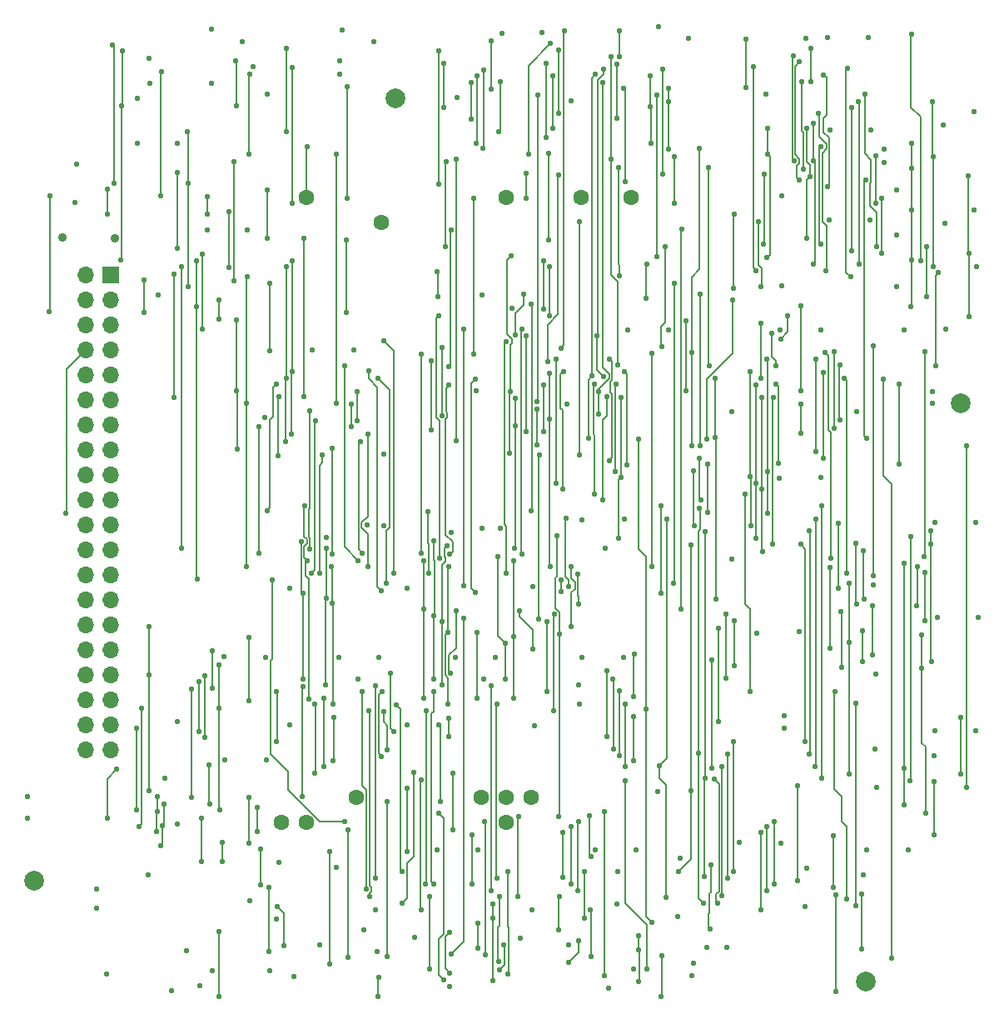
<source format=gbr>
%TF.GenerationSoftware,KiCad,Pcbnew,7.0.8*%
%TF.CreationDate,2023-11-02T18:43:55+01:00*%
%TF.ProjectId,eth,6574682e-6b69-4636-9164-5f7063625858,1*%
%TF.SameCoordinates,PX5f5e100PY7bfa480*%
%TF.FileFunction,Copper,L4,Bot*%
%TF.FilePolarity,Positive*%
%FSLAX46Y46*%
G04 Gerber Fmt 4.6, Leading zero omitted, Abs format (unit mm)*
G04 Created by KiCad (PCBNEW 7.0.8) date 2023-11-02 18:43:55*
%MOMM*%
%LPD*%
G01*
G04 APERTURE LIST*
%TA.AperFunction,ComponentPad*%
%ADD10C,2.000000*%
%TD*%
%TA.AperFunction,ComponentPad*%
%ADD11C,1.600000*%
%TD*%
%TA.AperFunction,ComponentPad*%
%ADD12R,1.700000X1.700000*%
%TD*%
%TA.AperFunction,ComponentPad*%
%ADD13O,1.700000X1.700000*%
%TD*%
%TA.AperFunction,ViaPad*%
%ADD14C,0.560000*%
%TD*%
%TA.AperFunction,ViaPad*%
%ADD15C,0.900000*%
%TD*%
%TA.AperFunction,Conductor*%
%ADD16C,0.130000*%
%TD*%
G04 APERTURE END LIST*
D10*
%TO.P,TP4,1,1*%
%TO.N,GND*%
X87756800Y2339600D03*
%TD*%
%TO.P,TP3,1,1*%
%TO.N,GND*%
X97408800Y61064400D03*
%TD*%
%TO.P,TP2,1,1*%
%TO.N,GND*%
X39954000Y92103200D03*
%TD*%
%TO.P,TP1,1,1*%
%TO.N,GND*%
X3174800Y12601200D03*
%TD*%
D11*
%TO.P,J2,+5V,+5V*%
%TO.N,VCC*%
X48700000Y21000000D03*
%TO.P,J2,GND,GND*%
%TO.N,GND*%
X51240000Y18460000D03*
X36000000Y21000000D03*
X51240000Y21000000D03*
X53780000Y21000000D03*
X38540000Y79420000D03*
X51240000Y81960000D03*
%TO.P,J2,PB13,PB13*%
%TO.N,/recv_mosi*%
X63940000Y81960000D03*
%TO.P,J2,PB15,PB15*%
%TO.N,/recv_sck*%
X58860000Y81960000D03*
%TO.P,J2,PC6,PC6*%
%TO.N,/~{recv_ss}*%
X30920000Y81960000D03*
%TO.P,J2,PC10,PC10*%
%TO.N,/tx_sck*%
X28380000Y18460000D03*
%TO.P,J2,PC12,PC12*%
%TO.N,/tx_mosi*%
X30920000Y18460000D03*
%TD*%
D12*
%TO.P,J1,1,Pin_1*%
%TO.N,VCC*%
X11000000Y74130000D03*
D13*
%TO.P,J1,2,Pin_2*%
%TO.N,GND*%
X8460000Y74130000D03*
%TO.P,J1,3,Pin_3*%
%TO.N,unconnected-(J1-Pin_3-Pad3)*%
X11000000Y71590000D03*
%TO.P,J1,4,Pin_4*%
%TO.N,/~{rst}*%
X8460000Y71590000D03*
%TO.P,J1,5,Pin_5*%
%TO.N,/rdy*%
X11000000Y69050000D03*
%TO.P,J1,6,Pin_6*%
%TO.N,unconnected-(J1-Pin_6-Pad6)*%
X8460000Y69050000D03*
%TO.P,J1,7,Pin_7*%
%TO.N,/~{oe}*%
X11000000Y66510000D03*
%TO.P,J1,8,Pin_8*%
%TO.N,/~{we}*%
X8460000Y66510000D03*
%TO.P,J1,9,Pin_9*%
%TO.N,unconnected-(J1-Pin_9-Pad9)*%
X11000000Y63970000D03*
%TO.P,J1,10,Pin_10*%
%TO.N,unconnected-(J1-Pin_10-Pad10)*%
X8460000Y63970000D03*
%TO.P,J1,11,Pin_11*%
%TO.N,/d0*%
X11000000Y61430000D03*
%TO.P,J1,12,Pin_12*%
%TO.N,/d1*%
X8460000Y61430000D03*
%TO.P,J1,13,Pin_13*%
%TO.N,/d2*%
X11000000Y58890000D03*
%TO.P,J1,14,Pin_14*%
%TO.N,/d3*%
X8460000Y58890000D03*
%TO.P,J1,15,Pin_15*%
%TO.N,/d4*%
X11000000Y56350000D03*
%TO.P,J1,16,Pin_16*%
%TO.N,/d5*%
X8460000Y56350000D03*
%TO.P,J1,17,Pin_17*%
%TO.N,/d6*%
X11000000Y53810000D03*
%TO.P,J1,18,Pin_18*%
%TO.N,/d7*%
X8460000Y53810000D03*
%TO.P,J1,19,Pin_19*%
%TO.N,unconnected-(J1-Pin_19-Pad19)*%
X11000000Y51270000D03*
%TO.P,J1,20,Pin_20*%
%TO.N,unconnected-(J1-Pin_20-Pad20)*%
X8460000Y51270000D03*
%TO.P,J1,21,Pin_21*%
%TO.N,unconnected-(J1-Pin_21-Pad21)*%
X11000000Y48730000D03*
%TO.P,J1,22,Pin_22*%
%TO.N,unconnected-(J1-Pin_22-Pad22)*%
X8460000Y48730000D03*
%TO.P,J1,23,Pin_23*%
%TO.N,/a0*%
X11000000Y46190000D03*
%TO.P,J1,24,Pin_24*%
%TO.N,/a1*%
X8460000Y46190000D03*
%TO.P,J1,25,Pin_25*%
%TO.N,/a2*%
X11000000Y43650000D03*
%TO.P,J1,26,Pin_26*%
%TO.N,/a3*%
X8460000Y43650000D03*
%TO.P,J1,27,Pin_27*%
%TO.N,/a4*%
X11000000Y41110000D03*
%TO.P,J1,28,Pin_28*%
%TO.N,/a5*%
X8460000Y41110000D03*
%TO.P,J1,29,Pin_29*%
%TO.N,/a6*%
X11000000Y38570000D03*
%TO.P,J1,30,Pin_30*%
%TO.N,/a7*%
X8460000Y38570000D03*
%TO.P,J1,31,Pin_31*%
%TO.N,/a8*%
X11000000Y36030000D03*
%TO.P,J1,32,Pin_32*%
%TO.N,/a9*%
X8460000Y36030000D03*
%TO.P,J1,33,Pin_33*%
%TO.N,/a10*%
X11000000Y33490000D03*
%TO.P,J1,34,Pin_34*%
%TO.N,/a11*%
X8460000Y33490000D03*
%TO.P,J1,35,Pin_35*%
%TO.N,/a12*%
X11000000Y30950000D03*
%TO.P,J1,36,Pin_36*%
%TO.N,/a13*%
X8460000Y30950000D03*
%TO.P,J1,37,Pin_37*%
%TO.N,/a14*%
X11000000Y28410000D03*
%TO.P,J1,38,Pin_38*%
%TO.N,/a15*%
X8460000Y28410000D03*
%TO.P,J1,39,Pin_39*%
%TO.N,GND*%
X11000000Y25870000D03*
%TO.P,J1,40,Pin_40*%
%TO.N,VCC*%
X8460000Y25870000D03*
%TD*%
D14*
%TO.N,/a8*%
X51130000Y33073600D03*
%TO.N,/~{a_buf_sel}*%
X59715200Y19154400D03*
X93852800Y19408400D03*
X59867600Y14988800D03*
X47777200Y12194800D03*
X47726400Y17224000D03*
%TO.N,/~{tx_halt_set}*%
X50520400Y3508000D03*
X50926800Y6048000D03*
%TO.N,/recv_ss*%
X64693600Y57457600D03*
X71653200Y57457600D03*
X74244000Y71566200D03*
%TO.N,GND*%
X51841200Y70716400D03*
X81711600Y98199200D03*
X32892800Y47450000D03*
X36144000Y33073600D03*
%TO.N,VCC*%
X25476000Y95303600D03*
%TO.N,GND*%
X45592800Y47958000D03*
X48894800Y33073600D03*
D15*
X6121200Y77930000D03*
%TO.N,VCC*%
X11404400Y77879200D03*
D14*
X71602400Y5794000D03*
X94823400Y48974000D03*
X37058400Y48720000D03*
X27863600Y8689600D03*
X84065613Y79674413D03*
X58953200Y35258000D03*
X2565200Y18951200D03*
X60274000Y15700000D03*
X14960400Y93576400D03*
X48742400Y48415200D03*
X20820100Y78722000D03*
X70281600Y4168400D03*
X83896000Y98250000D03*
X90957200Y78184000D03*
X95681600Y89360000D03*
X21361200Y3457200D03*
X58902400Y49228000D03*
X13690400Y87480400D03*
X34315200Y95862400D03*
X89636400Y85550000D03*
X36753600Y7572000D03*
X9524800Y9756400D03*
X79044600Y68532648D03*
X28066800Y14430000D03*
X48742400Y72088000D03*
X74955200Y16462000D03*
X91692228Y68500374D03*
X68910000Y14836400D03*
X21259600Y93576400D03*
X46024600Y35258000D03*
X95834000Y79403200D03*
X87909200Y15700000D03*
X50825200Y98707200D03*
X70129200Y2949200D03*
X94818000Y27841200D03*
X22529600Y35308800D03*
X14808000Y13160000D03*
X79019200Y53495200D03*
X34518400Y99012000D03*
X64185600Y3558800D03*
X52654000Y6703000D03*
X21259600Y99062800D03*
X34219000Y35289610D03*
X22602857Y24846184D03*
X27152400Y3406400D03*
X31521200Y66500000D03*
X66725600Y99316800D03*
X2565200Y21084800D03*
X95072000Y39322000D03*
X10591600Y3050800D03*
X89636400Y86870800D03*
X99034400Y74983600D03*
X44223384Y15700000D03*
X84120882Y88872647D03*
X63576002Y68532000D03*
X34264400Y94541600D03*
X76738600Y37747200D03*
%TO.N,GND*%
X16535200Y23015200D03*
X37718800Y97792800D03*
X26748374Y35278142D03*
X73685200Y5794000D03*
X20091200Y1933200D03*
X88823600Y33581600D03*
X38785600Y48669200D03*
X57530800Y6048000D03*
X53918600Y42445957D03*
X74193200Y60200800D03*
X46202400Y92154000D03*
X53873200Y9604000D03*
X13741200Y92103200D03*
X79527200Y28044400D03*
X98932800Y48974000D03*
X88284800Y88866142D03*
X41131766Y42289102D03*
X18668800Y5438400D03*
X90957200Y72902985D03*
X32283200Y6048000D03*
X7391200Y81486000D03*
X95884800Y68582800D03*
X57784800Y91798400D03*
X88518800Y42658897D03*
X38226800Y35258000D03*
X79222400Y73054276D03*
X41884400Y6810000D03*
X88259400Y79708273D03*
X83184800Y68532000D03*
X87502800Y13160000D03*
X61645600Y1628400D03*
X98831200Y90680800D03*
X94716400Y25250400D03*
X50114000Y35258000D03*
X26796800Y24844000D03*
X25120400Y10518400D03*
X98782857Y80724000D03*
X17754400Y87531200D03*
X48183600Y62334400D03*
X68656000Y8943600D03*
X17805473Y28710200D03*
X90957200Y82756000D03*
X83235600Y53546000D03*
X57429200Y61019000D03*
X81813200Y13820400D03*
X45440127Y1786200D03*
X62458400Y10213600D03*
X29590800Y2847600D03*
X15841700Y72118000D03*
X38772013Y55950813D03*
X24897800Y78722000D03*
X63115729Y35254929D03*
X14909600Y96167200D03*
X79527200Y29314400D03*
X37941174Y9610972D03*
X26949200Y92458800D03*
X79222400Y82197200D03*
X88874400Y22050000D03*
X94564000Y61064400D03*
X74193200Y45214800D03*
X26644400Y59642000D03*
X29235200Y28400000D03*
X88010800Y98250000D03*
X64439600Y15700000D03*
X58648400Y30482800D03*
X69722800Y98148400D03*
X63274135Y49278800D03*
X17195600Y1425200D03*
X54127200Y28303800D03*
X62560000Y13515600D03*
X48336000Y15700000D03*
X66629400Y21643600D03*
X7492800Y85397600D03*
X54889200Y98758000D03*
X35737600Y66500000D03*
X77647600Y92509602D03*
X58597600Y32464000D03*
X41122400Y28405400D03*
X81610000Y9959600D03*
X9524800Y11686800D03*
X33959600Y13922000D03*
X50622000Y48415200D03*
X67690800Y68532000D03*
X24358400Y97792800D03*
X29187471Y42322271D03*
X86893200Y60251600D03*
X81000400Y37848800D03*
X99186800Y39322000D03*
X17754400Y18290800D03*
X38125200Y5387600D03*
X98983600Y27841200D03*
X61290000Y46383200D03*
X94564000Y62283600D03*
X79120800Y16411200D03*
X92074800Y15700000D03*
X88722000Y25910800D03*
%TO.N,/a_89nab_set*%
X13588800Y19764000D03*
X13588800Y28095200D03*
%TO.N,/a_cdef_set*%
X14147600Y30127200D03*
X13893600Y18087600D03*
%TO.N,Net-(D1-A1)*%
X16382800Y20384000D03*
X16078000Y16106400D03*
X16230400Y18189200D03*
%TO.N,/~{a11}*%
X20243600Y18951200D03*
X20243600Y14480800D03*
%TO.N,Net-(D2-A1)*%
X22326400Y14480800D03*
X22326400Y16462000D03*
X25018800Y16411200D03*
X25018800Y21034000D03*
%TO.N,/tx_cnt1*%
X27050800Y5336800D03*
X27050800Y11890000D03*
%TO.N,/tx_cnt0*%
X28574800Y5997200D03*
X84759600Y11128000D03*
X27965200Y9908800D03*
X84708800Y1272800D03*
%TO.N,/tx_cnt3*%
X26238000Y12144000D03*
X26238000Y15750800D03*
%TO.N,/~{rst}*%
X49098000Y5032000D03*
X19786400Y43182800D03*
X34823200Y18544800D03*
X19735600Y75542400D03*
X49047200Y18544800D03*
X27457200Y43132000D03*
X19735600Y70919600D03*
%TO.N,/~{oe}*%
X86131203Y23370803D03*
X27203200Y73307200D03*
X27203200Y66449200D03*
X68300400Y73307200D03*
X86131200Y36782000D03*
X68198800Y42776400D03*
X86131200Y42776400D03*
%TO.N,/~{we}*%
X85013600Y48872400D03*
X85013600Y42268400D03*
X94360800Y46789600D03*
X94513200Y34851600D03*
X94360800Y48161200D03*
X6426000Y49939200D03*
X57327600Y49431200D03*
X57530800Y42420800D03*
%TO.N,/d0*%
X61696400Y65585600D03*
X82727600Y56136800D03*
X70891200Y55476400D03*
X82676800Y65585600D03*
X70992800Y51260000D03*
X61696400Y55273200D03*
%TO.N,/d1*%
X83489600Y55476400D03*
X71704000Y54866800D03*
X63220400Y64264800D03*
X63474400Y54816000D03*
X83438800Y64214000D03*
X71704000Y49990000D03*
%TO.N,/d2*%
X78612800Y63045600D03*
X91160400Y54917600D03*
X70281600Y54206400D03*
X62356800Y63045600D03*
X62306000Y54155600D03*
X91160400Y62994800D03*
X78917600Y54968400D03*
X70383200Y48669200D03*
%TO.N,/d3*%
X62864800Y53546000D03*
X62661600Y47348400D03*
X78308000Y46738800D03*
X62864800Y61674000D03*
X78358800Y61674000D03*
%TO.N,/d4*%
X56311600Y65585600D03*
X77800000Y54155600D03*
X77800000Y49939200D03*
X77698400Y65585600D03*
X56311600Y52987200D03*
%TO.N,/d5*%
X76022000Y64264800D03*
X76072800Y48669200D03*
X57022800Y64315600D03*
X76022000Y53596800D03*
X56971998Y52377600D03*
%TO.N,/d6*%
X60172400Y51869600D03*
X76631600Y62944000D03*
X76631600Y52987200D03*
X60223200Y62994800D03*
X76580800Y47348400D03*
%TO.N,/d7*%
X77190400Y61674000D03*
X77241200Y52377600D03*
X77292000Y46027600D03*
X61036000Y51259996D03*
X61442400Y61775600D03*
%TO.N,/a0*%
X30403600Y47043600D03*
X86842400Y40693602D03*
X86791600Y46840400D03*
X30556000Y41811200D03*
X30556000Y33073600D03*
%TO.N,/a1*%
X30708400Y50650400D03*
X66928800Y41811200D03*
X31013200Y45062400D03*
X66928800Y50650400D03*
X31165600Y31041600D03*
X87502800Y46129200D03*
X87604400Y41201600D03*
%TO.N,/a2*%
X33502400Y40744400D03*
X33451600Y44452800D03*
X33604000Y30482800D03*
%TO.N,/a3*%
X32892800Y41303200D03*
X32842000Y32464000D03*
X32892800Y46383200D03*
%TO.N,/a4*%
X43865600Y33073600D03*
X43814800Y47094400D03*
X43865600Y39525200D03*
%TO.N,/a5*%
X42849600Y31143200D03*
X42798800Y45113200D03*
X42849602Y40134800D03*
%TO.N,/a6*%
X45288000Y37798000D03*
X45389600Y44452800D03*
X45288000Y30482800D03*
%TO.N,/a7*%
X44678400Y38915600D03*
X44678400Y32464000D03*
X45186400Y46586400D03*
%TO.N,/a8*%
X21361200Y32159200D03*
X50367998Y45519600D03*
X21361200Y35969200D03*
X51130000Y36680400D03*
%TO.N,/a9*%
X25069600Y30838400D03*
X51942800Y37340800D03*
X51942800Y45062400D03*
X25069600Y37290000D03*
X51942800Y31143200D03*
%TO.N,/a10*%
X14858798Y38407600D03*
X14858800Y33480000D03*
X14858800Y21694400D03*
X57784800Y44452800D03*
X57835600Y38407600D03*
%TO.N,/a11*%
X22123200Y19764000D03*
X21970800Y30127200D03*
X22021600Y34496000D03*
%TO.N,/a14*%
X19938800Y32768800D03*
X19938800Y27688800D03*
%TO.N,/a15*%
X20548400Y33429200D03*
X20548400Y27129998D03*
%TO.N,/recv_mosi*%
X44322800Y96929200D03*
X44373600Y83365600D03*
%TO.N,/recv_sck*%
X17754400Y76812400D03*
X17754400Y84534000D03*
X53263600Y84483200D03*
X53263600Y81943200D03*
%TO.N,/~{recv_ss}*%
X20802400Y82095600D03*
X55702000Y97619000D03*
X93344800Y75593200D03*
X20802400Y80317600D03*
X31013200Y87175600D03*
X10693200Y82806800D03*
X10642400Y80317600D03*
X53466800Y86362800D03*
X92430402Y98554800D03*
%TO.N,/tx_sck*%
X44373600Y19408400D03*
X44830800Y2492000D03*
%TO.N,/tx_mosi*%
X61188400Y2949200D03*
X61188400Y19560800D03*
%TO.N,/recv_ss*%
X48336004Y8232400D03*
X92430400Y75644000D03*
X48336000Y5743200D03*
X92430400Y80724000D03*
X21970800Y71580000D03*
X92379600Y70919600D03*
X22021600Y69598800D03*
X44272000Y71884800D03*
X97408800Y29162000D03*
X44170400Y74424800D03*
X66014400Y8334000D03*
X4749600Y70360800D03*
X65557200Y75237600D03*
X92430400Y87531200D03*
X65457127Y29974800D03*
X65457127Y71732400D03*
X97408800Y23370800D03*
X4851200Y82197200D03*
X92430400Y84940400D03*
%TO.N,/~{a10}*%
X19227600Y32006800D03*
X19176800Y21034000D03*
%TO.N,/~{a_fbxx}*%
X25882400Y17579600D03*
X15773200Y19611600D03*
X15773200Y21084800D03*
X91668400Y44859200D03*
X91668400Y20272000D03*
X25933200Y20018000D03*
X15671600Y17528800D03*
X91668400Y23980400D03*
%TO.N,/~{a_buf_sel}*%
X21056400Y20373600D03*
X93446400Y34191200D03*
X21005600Y24336000D03*
X11607600Y23878802D03*
X10642400Y18900400D03*
X93446400Y37544000D03*
%TO.N,/~{rearm_sched}*%
X94716400Y22659600D03*
X84505600Y11890000D03*
X84505600Y17122400D03*
X94767200Y17224000D03*
%TO.N,/rearm_sched*%
X41173200Y21999200D03*
X41173200Y15496800D03*
X80848000Y22253200D03*
X33299200Y15496800D03*
X33299200Y4128000D03*
X80848000Y12550400D03*
%TO.N,/~{rearm_req}*%
X45796000Y17732000D03*
X35128000Y17732000D03*
X88468000Y35512000D03*
X72110400Y23980400D03*
X92989200Y40541200D03*
X72161200Y35004000D03*
X45795999Y23472399D03*
X93040000Y44503600D03*
X35128000Y4778000D03*
X88468000Y40541200D03*
%TO.N,/~{tx_halt}*%
X67030400Y4930400D03*
X38176000Y764800D03*
X21970800Y764800D03*
X22021600Y7368800D03*
X38277600Y2746000D03*
X90449200Y4690000D03*
X66979608Y815600D03*
X89585600Y63553600D03*
%TO.N,/tx_halt*%
X43408400Y10924800D03*
X43408400Y3558800D03*
%TO.N,/~{tx_req}*%
X39141200Y4828800D03*
X72821600Y28704800D03*
X44526000Y20627600D03*
X72821600Y38255200D03*
X44373600Y28400000D03*
X93802000Y43894000D03*
X39090400Y20627600D03*
X93802000Y39017200D03*
%TO.N,/~{reg_oe_ena}*%
X92328800Y47551600D03*
X92278000Y22710400D03*
%TO.N,/~{oe_cr_to_d}*%
X93751200Y45519600D03*
X93802000Y66296800D03*
%TO.N,/~{recv_byte_cnt_lo_oe}*%
X83642000Y66246000D03*
X84200800Y45316400D03*
%TO.N,/~{recv_byte_cnt_hi_oe}*%
X88518800Y43538400D03*
X88518800Y66906400D03*
%TO.N,/filter/d_4320_mac*%
X75615600Y98046800D03*
X75615600Y93170000D03*
%TO.N,/filter/d_4320_set*%
X76631600Y74577200D03*
X76326800Y95252800D03*
%TO.N,/filter/d_4320_ok*%
X82219600Y93779600D03*
X82219600Y97132400D03*
%TO.N,/~{rearm}*%
X53009600Y72189600D03*
X70942000Y72138800D03*
X98069200Y56746400D03*
X20294400Y76202800D03*
X70942000Y56797200D03*
X20294400Y68633600D03*
X52146000Y68024000D03*
X98069200Y22050000D03*
%TO.N,/recv_sck_ena*%
X54533600Y39169600D03*
X46862800Y39220400D03*
X54584400Y55832000D03*
X76885600Y79504800D03*
X58699200Y79555600D03*
X45592800Y5082800D03*
X77088800Y72900800D03*
X58699200Y55832000D03*
%TO.N,/receiver/sck_f*%
X49707600Y97894400D03*
X12064800Y91290400D03*
X49707600Y93017600D03*
X12166400Y96878400D03*
X12014000Y75644000D03*
X23698000Y95862400D03*
X23799600Y91290400D03*
%TO.N,/recv_byte_cnt0*%
X70129200Y56746400D03*
X54381200Y60454800D03*
X18211600Y74932800D03*
X31216400Y46281600D03*
X54381200Y56848002D03*
X31267200Y60353200D03*
X70078400Y66246000D03*
X18160800Y46383200D03*
X70840400Y86972400D03*
%TO.N,/recv_byte_cnt2*%
X87858400Y57559200D03*
X32232400Y43792400D03*
X87756800Y83772000D03*
X72567600Y41150800D03*
X28066800Y61724800D03*
X72466000Y57610000D03*
X32537200Y55832000D03*
X28016000Y55781200D03*
X72466000Y63604400D03*
X17398800Y74221600D03*
X17398800Y61674000D03*
%TO.N,/filter/a02*%
X68351200Y86108800D03*
X55498800Y77676000D03*
X68351200Y81384400D03*
X88772800Y81384400D03*
X34975600Y70310000D03*
X55498800Y86464400D03*
X34924800Y77676000D03*
X14350800Y70310000D03*
X14350800Y73612000D03*
X88772800Y86210400D03*
%TO.N,/~{clr_frame_received}*%
X22986800Y80571600D03*
X74345600Y72799200D03*
X94005200Y71935600D03*
X22986800Y74882000D03*
X74396400Y80317600D03*
X94005200Y76964800D03*
%TO.N,/~{recv_rst}*%
X28828800Y97132400D03*
X18821200Y88648800D03*
X18872000Y83467200D03*
X18872000Y72900800D03*
X50622000Y93728800D03*
X28828800Y88648800D03*
X11302800Y83416400D03*
X11201200Y97488000D03*
X50469600Y88699600D03*
%TO.N,/~{inhibit}*%
X98170800Y84229200D03*
X67081200Y66855600D03*
X67386000Y77015600D03*
X79832000Y70005200D03*
X23545600Y85600800D03*
X98272400Y69903600D03*
X79120800Y67617600D03*
X23545600Y73561200D03*
X98323200Y76304400D03*
X45084800Y85651600D03*
X45034000Y77015600D03*
%TO.N,/~{recv_d_oe}*%
X84150000Y36172400D03*
X84150000Y44402000D03*
X66065200Y66195200D03*
X66065200Y44503600D03*
%TO.N,/recv_a_sel*%
X87452000Y34851600D03*
X50520400Y10924800D03*
X52450800Y19103600D03*
X56565600Y19052800D03*
X56362400Y47653200D03*
X52400000Y10924800D03*
X56616400Y37594800D03*
X87451998Y38001200D03*
X50469600Y4371600D03*
%TO.N,/~{recv_buf_oe}*%
X85267600Y39931600D03*
X45338800Y64772800D03*
X85318400Y34242000D03*
X45592800Y78692000D03*
X69062400Y78793600D03*
X68960800Y40185600D03*
%TO.N,/~{tx_buf_we}*%
X39750800Y27739600D03*
X46100802Y39982400D03*
X76022000Y31803600D03*
X64185600Y31244800D03*
X85826400Y10670800D03*
X39446002Y33683200D03*
X84658000Y31829004D03*
X45542000Y33683200D03*
X64287200Y35562800D03*
X53924000Y36070800D03*
X75514000Y51869600D03*
X52552400Y40033200D03*
%TO.N,/tx_oe*%
X45491200Y3203200D03*
X64642800Y5540000D03*
X64693600Y2339600D03*
X45440400Y7318000D03*
X64642800Y6962400D03*
%TO.N,/tx_finish*%
X57581600Y4270000D03*
X58597600Y6505200D03*
%TO.N,/~{tx_byte_clk}*%
X49860000Y2441200D03*
X49860000Y8791200D03*
X49860000Y10213600D03*
%TO.N,/tx_byte_cnt10*%
X51384000Y13515600D03*
X51384000Y3101600D03*
%TO.N,/~{tx_finish}*%
X87350400Y11178800D03*
X87350400Y5641600D03*
%TO.N,/receiver/rst*%
X26949200Y77828400D03*
X30606800Y61724800D03*
X30606800Y77828400D03*
X26949200Y82756000D03*
%TO.N,/receiver/bit_count2*%
X16128800Y94795600D03*
X16078000Y82146400D03*
%TO.N,/receiver/~{bit_count_2}*%
X29489200Y81435200D03*
X29489200Y95202000D03*
%TO.N,/tx_shift_cp*%
X59207200Y13464800D03*
X59207200Y8740400D03*
%TO.N,/~{tx_buf_oe}*%
X86740800Y10010400D03*
X86740800Y30584400D03*
%TO.N,/filter/next_mac_ok*%
X87706000Y92458800D03*
X88874400Y77015600D03*
%TO.N,/~{recv_buf_we}*%
X35077200Y93271600D03*
X47878800Y81943200D03*
X89433200Y76304400D03*
X89433200Y81892400D03*
X47878800Y66093600D03*
X35077200Y81943200D03*
%TO.N,/filter/last_mac_ok*%
X94614800Y86159600D03*
X94564000Y91747600D03*
X94614800Y74983600D03*
%TO.N,/buf_full*%
X94868800Y64925200D03*
X95173600Y74374000D03*
%TO.N,/tx_shift_q7*%
X59766000Y9604000D03*
X59816800Y4879600D03*
%TO.N,/tx_byte_cnt0*%
X30505200Y21084800D03*
X63322000Y22761200D03*
X42544800Y22812000D03*
X65506400Y3609600D03*
X42544800Y9604000D03*
X30556000Y32260800D03*
%TO.N,/recv_a0*%
X26085600Y45824400D03*
X35432800Y58727600D03*
X26085600Y58676800D03*
X35432800Y61013600D03*
%TO.N,/recv_byte_cnt1*%
X24866400Y73967600D03*
X24764800Y44452800D03*
X62661596Y85042000D03*
X62763200Y74018400D03*
X24764800Y61064400D03*
X71805600Y85042000D03*
X71856400Y64925200D03*
%TO.N,/recv_a1*%
X31419600Y43792400D03*
X36093200Y62283600D03*
X31826000Y59286400D03*
X36093200Y59286400D03*
%TO.N,/recv_a2*%
X39039600Y42776400D03*
X38176000Y63604400D03*
%TO.N,/recv_a3*%
X34772400Y64925200D03*
X36144000Y45113200D03*
%TO.N,/recv_byte_cnt3*%
X69519600Y69446394D03*
X23799600Y62385200D03*
X33502400Y56492400D03*
X23748800Y69548000D03*
X69519600Y62385200D03*
X33502400Y45722800D03*
X23901200Y56441600D03*
%TO.N,/tx_byte_cnt5*%
X40614400Y13515600D03*
X40055600Y30432000D03*
%TO.N,/tx_byte_cnt4*%
X37922000Y32413200D03*
X37922000Y12855200D03*
%TO.N,/tx_byte_cnt6*%
X43103600Y29822400D03*
X43002000Y12194800D03*
%TO.N,/tx_byte_cnt3*%
X36601200Y31773000D03*
X36956800Y11686800D03*
%TO.N,/tx_byte_cnt2*%
X37210800Y29823000D03*
X37312400Y10924800D03*
%TO.N,/tx_byte_cnt1*%
X40665200Y10265000D03*
X41833600Y23574000D03*
X31775200Y23523200D03*
X31775200Y30482800D03*
%TO.N,/tx_byte_cnt8*%
X49656800Y11585200D03*
X49707600Y32413200D03*
%TO.N,/tx_byte_cnt7*%
X43814800Y12245600D03*
X43814800Y31803600D03*
%TO.N,/tx_byte_cnt9*%
X50266400Y30482800D03*
X50317200Y12855200D03*
%TO.N,/tx_a0*%
X27863600Y31803600D03*
X27812800Y26723600D03*
%TO.N,/tx_a2*%
X33654800Y29162000D03*
X33604000Y24742400D03*
X64134800Y29263600D03*
X64134800Y24793200D03*
%TO.N,/tx_a3*%
X63322000Y30533600D03*
X32689600Y31143200D03*
X32638800Y24183600D03*
X63322000Y24183600D03*
%TO.N,/recv_byte_cnt4*%
X28778000Y57203600D03*
X55600400Y74932800D03*
X78206400Y68176400D03*
X78612800Y64925200D03*
X55600400Y70005200D03*
X36601200Y45875200D03*
X28828800Y63655200D03*
X28828800Y74983600D03*
X36398000Y57203600D03*
%TO.N,/recv_a4*%
X42544800Y45875200D03*
X42595600Y66093600D03*
%TO.N,/recv_byte_cnt5*%
X55041600Y70614800D03*
X37160000Y44452800D03*
X29438400Y64315600D03*
X77088800Y69192402D03*
X77088800Y63604400D03*
X55041600Y75542400D03*
X29387600Y57914800D03*
X29438400Y75593200D03*
X37160000Y57914800D03*
%TO.N,/recv_a5*%
X38785600Y67414400D03*
X39801600Y43792400D03*
%TO.N,/recv_a6*%
X46913600Y42573200D03*
X46913600Y68633600D03*
%TO.N,/recv_byte_cnt6*%
X53771600Y50142400D03*
X26898400Y50193200D03*
X27863600Y62994800D03*
X81203600Y62385200D03*
X81203600Y71021200D03*
X53771600Y71122800D03*
X43256000Y50040800D03*
X43357600Y43792400D03*
%TO.N,/recv_a7*%
X44424400Y45316400D03*
X44373600Y69954400D03*
%TO.N,/recv_byte_cnt7*%
X81203600Y61013600D03*
X45491200Y45722800D03*
X54990800Y62944000D03*
X81152800Y58067200D03*
X54990800Y58168800D03*
X45389600Y62944000D03*
%TO.N,/tx_a4*%
X62763200Y25250400D03*
X62763200Y31854400D03*
X38582400Y31752800D03*
X38531600Y25199600D03*
%TO.N,/tx_a5*%
X62102800Y25910800D03*
X62052000Y33073600D03*
X38785600Y29771600D03*
X39141200Y25860000D03*
%TO.N,/tx_a6*%
X45389600Y27231600D03*
X45389600Y29111200D03*
X61442400Y27231600D03*
X61442400Y33886400D03*
%TO.N,/tx_a7*%
X48234400Y31143200D03*
X48234400Y37798000D03*
%TO.N,/recv_byte_cnt8*%
X84556400Y58575200D03*
X52146000Y61623200D03*
X52095200Y46383200D03*
X84556400Y66296800D03*
X52146000Y58778400D03*
%TO.N,/recv_a8*%
X52806400Y68633600D03*
X52806400Y45773600D03*
%TO.N,/recv_byte_cnt9*%
X85166000Y59388000D03*
X55651200Y59438800D03*
X85166000Y64976000D03*
X55651200Y64112400D03*
X55702000Y44452800D03*
%TO.N,/recv_a9*%
X51231600Y67363600D03*
X51231600Y43843200D03*
%TO.N,/recv_a10*%
X48082000Y41862000D03*
X56768800Y41912800D03*
X56768800Y43132000D03*
X48082000Y63553600D03*
%TO.N,/recv_byte_cnt10*%
X37261600Y64417200D03*
X58496000Y43741600D03*
X38531600Y42065200D03*
X58597600Y40693600D03*
X85623200Y63604400D03*
X85826400Y43843200D03*
%TO.N,/tx_a8*%
X55346400Y31752800D03*
X74447200Y39017200D03*
X74396400Y34394400D03*
X55346400Y38915600D03*
%TO.N,/tx_a9*%
X73583600Y33124400D03*
X73583600Y39677600D03*
X56057600Y29873200D03*
X56108400Y39626800D03*
%TO.N,/recv_d0*%
X44678400Y59845200D03*
X44678400Y66754000D03*
X57124400Y98910400D03*
X62712400Y96319600D03*
X62712400Y98961200D03*
X56768800Y66703200D03*
%TO.N,/recv_d1*%
X56514800Y84280000D03*
X67132000Y94998800D03*
X67132000Y84330800D03*
X43560800Y65382400D03*
X43560800Y58372000D03*
X55448000Y65331600D03*
%TO.N,/recv_d2*%
X59969200Y63858400D03*
X59562800Y57559200D03*
X60274000Y94490800D03*
%TO.N,/recv_d3*%
X66522400Y92408000D03*
X51587200Y55984400D03*
X51739600Y76101200D03*
X66522400Y75999600D03*
X51638000Y62283600D03*
%TO.N,/recv_d4*%
X61848800Y85854800D03*
X61848800Y96319600D03*
X46151600Y85854800D03*
X62560000Y64976000D03*
X46151600Y57254400D03*
%TO.N,/recv_d5*%
X60477200Y67922400D03*
X61137600Y95049600D03*
X61137600Y63807600D03*
X53263600Y58168800D03*
X53263600Y67922400D03*
%TO.N,/recv_d6*%
X60629600Y59946800D03*
X61036000Y93678000D03*
X60629600Y62283600D03*
%TO.N,/recv_d7*%
X54381200Y61267600D03*
X54432000Y92408000D03*
%TO.N,/recv_byte0*%
X56514800Y96969000D03*
X82473600Y89563200D03*
X56514800Y90528400D03*
X82473600Y75237600D03*
X82473600Y85702400D03*
%TO.N,/recv_byte1*%
X83235600Y87175600D03*
X55244800Y95598000D03*
X83235594Y77218800D03*
X55244800Y88090000D03*
%TO.N,/recv_byte2*%
X55956000Y94369000D03*
X55956000Y89004400D03*
X77800000Y86362800D03*
X77749200Y75898000D03*
X77800000Y89004400D03*
%TO.N,/recv_byte3*%
X77393600Y77218800D03*
X77495200Y84381600D03*
X63322000Y83619600D03*
X63169600Y93119200D03*
%TO.N,/recv_byte7*%
X82930802Y90579200D03*
X44881600Y91138000D03*
X44881600Y95608400D03*
X83743600Y74577200D03*
%TO.N,/recv_byte6*%
X48894800Y94948000D03*
X67690800Y93119200D03*
X87096400Y75186800D03*
X48844000Y86972400D03*
X87045600Y91696800D03*
X67690800Y91747600D03*
X67690800Y86921600D03*
%TO.N,/recv_byte5*%
X86334400Y91138000D03*
X86334400Y76558400D03*
X48183600Y87531200D03*
X65912800Y87480400D03*
X48234400Y94338400D03*
X65862000Y94338400D03*
X65862000Y91188800D03*
%TO.N,/recv_byte4*%
X47675600Y89969600D03*
X81813200Y77879200D03*
X47624800Y93678000D03*
X81813200Y89004400D03*
X62458400Y95506800D03*
X82118000Y84076800D03*
X62458400Y90020400D03*
%TO.N,/tx_d0*%
X72364400Y22913600D03*
X72720000Y10265000D03*
X83286400Y22964400D03*
X83337200Y50701200D03*
%TO.N,/tx_d1*%
X73126400Y24183600D03*
X73177200Y11026402D03*
X82676800Y49329600D03*
X82626000Y24183600D03*
%TO.N,/tx_d2*%
X82016400Y48110400D03*
X82067200Y25453600D03*
X73736002Y12804400D03*
X73736000Y25453600D03*
%TO.N,/tx_d3*%
X81152800Y46738800D03*
X74294800Y13464800D03*
X74294800Y26723600D03*
X81610000Y26723600D03*
%TO.N,/tx_d4*%
X71297600Y10264400D03*
X70738800Y25504400D03*
X70891200Y50447200D03*
%TO.N,/tx_d5*%
X67487600Y10874000D03*
X66776400Y24234400D03*
X67538400Y49278800D03*
%TO.N,/tx_d6*%
X71399200Y12956800D03*
X71450000Y48008800D03*
X71450000Y23015200D03*
%TO.N,/tx_d7*%
X70027600Y46688000D03*
X70027600Y21694400D03*
X68757600Y13515600D03*
%TO.N,/tx_buf_d4*%
X56972000Y12906000D03*
X77139600Y9604000D03*
X56972000Y17478000D03*
X77139600Y17478000D03*
%TO.N,/tx_buf_d5*%
X77749200Y11585200D03*
X57835600Y18087600D03*
X57784800Y12245600D03*
X77749200Y18036800D03*
%TO.N,/tx_buf_d6*%
X58546800Y18595600D03*
X58496000Y11585200D03*
X78460400Y18595600D03*
X78460400Y12194800D03*
%TO.N,/tx_buf_d7*%
X56565600Y7572000D03*
X71958000Y7673600D03*
X56616400Y10924800D03*
X72008800Y14176000D03*
%TO.N,/receiver/byte_clk*%
X25120400Y94541600D03*
X25018800Y86413600D03*
X33908800Y61064400D03*
X33908800Y86413600D03*
%TO.N,/filter/d_xor_a0*%
X80441600Y96370400D03*
X80492400Y85702400D03*
%TO.N,/filter/d_xor_a1*%
X81051200Y95760800D03*
X81051200Y83772000D03*
%TO.N,/filter/d_xor_a2*%
X83489600Y94440000D03*
X83896000Y83060800D03*
%TO.N,/filter/~{d0}*%
X81406800Y84838800D03*
X81254400Y93779600D03*
%TO.N,/filter/d_7651_set*%
X86283600Y73916800D03*
X85928000Y95100400D03*
%TD*%
D16*
%TO.N,/recv_byte_cnt10*%
X37261600Y64417200D02*
X37261600Y63595653D01*
X37261600Y63595653D02*
X38125200Y62732053D01*
X38125200Y62732053D02*
X38125200Y42471600D01*
X38125200Y42471600D02*
X38531600Y42065200D01*
%TO.N,/recv_a2*%
X39330600Y48443453D02*
X39039600Y48152453D01*
X39330600Y62449800D02*
X39330600Y48443453D01*
X38176000Y63604400D02*
X39330600Y62449800D01*
X39039600Y48152453D02*
X39039600Y42776400D01*
%TO.N,/~{rst}*%
X27457200Y43132000D02*
X27457200Y35083084D01*
X27457200Y35083084D02*
X27254000Y34879884D01*
X27254000Y34879884D02*
X27254000Y25453600D01*
X29032000Y23675600D02*
X29032000Y21787253D01*
X27254000Y25453600D02*
X29032000Y23675600D01*
X29032000Y21787253D02*
X32274453Y18544800D01*
X32274453Y18544800D02*
X34823200Y18544800D01*
%TO.N,/~{a_buf_sel}*%
X47777200Y17173200D02*
X47726400Y17224000D01*
X47777200Y12194800D02*
X47777200Y17173200D01*
X59867600Y14988800D02*
X59715200Y15141200D01*
X59715200Y15141200D02*
X59715200Y19154400D01*
X93497200Y26571200D02*
X93852800Y26215600D01*
X93852800Y19408400D02*
X93852800Y26215600D01*
%TO.N,/tx_cnt3*%
X26238000Y12144000D02*
X26238000Y15750800D01*
%TO.N,/tx_d0*%
X72593600Y11215220D02*
X72593600Y10391400D01*
X72858600Y11480220D02*
X72593600Y11215220D01*
X72858600Y22419400D02*
X72858600Y11480220D01*
X72593600Y10391400D02*
X72720000Y10265000D01*
X72364400Y22913600D02*
X72858600Y22419400D01*
%TO.N,/tx_byte_cnt0*%
X30505200Y22862800D02*
X30505200Y21084800D01*
X30556000Y32260800D02*
X30505200Y32210000D01*
X30505200Y32210000D02*
X30505200Y22862800D01*
%TO.N,/tx_byte_cnt1*%
X41833600Y23574000D02*
X41833600Y14988800D01*
X41833600Y14988800D02*
X41159400Y14314600D01*
X41159400Y14314600D02*
X41159400Y10759200D01*
X41159400Y10759200D02*
X40665200Y10265000D01*
%TO.N,/~{tx_halt_set}*%
X50926800Y6048000D02*
X51014600Y5960200D01*
X51014600Y5960200D02*
X51014600Y4002200D01*
X51014600Y4002200D02*
X50520400Y3508000D01*
%TO.N,/~{tx_halt}*%
X90449200Y4690000D02*
X90449200Y52885600D01*
X90449200Y52885600D02*
X89585600Y53749200D01*
X89585600Y53749200D02*
X89585600Y63553600D01*
%TO.N,/tx_finish*%
X58597600Y5286000D02*
X57581600Y4270000D01*
X58597600Y6505200D02*
X58597600Y5286000D01*
%TO.N,/~{tx_buf_we}*%
X85826400Y10670800D02*
X85826400Y18087600D01*
X84607200Y31778204D02*
X84658000Y31829004D01*
X85826400Y18087600D02*
X85304600Y18609400D01*
X85304600Y21149400D02*
X84607200Y21846800D01*
X84607200Y21846800D02*
X84607200Y31778204D01*
X85304600Y18609400D02*
X85304600Y21149400D01*
X52552400Y40033200D02*
X52552400Y39423600D01*
X52552400Y39423600D02*
X53924000Y38052000D01*
X53924000Y38052000D02*
X53924000Y36070800D01*
X46100802Y36172402D02*
X46100802Y39982400D01*
X45409600Y35481200D02*
X46100802Y36172402D01*
X45542000Y33683200D02*
X45409600Y33815600D01*
X45409600Y33815600D02*
X45409600Y35481200D01*
X39445998Y28044402D02*
X39750800Y27739600D01*
X39445998Y33683196D02*
X39445998Y28044402D01*
X39446002Y33683200D02*
X39445998Y33683196D01*
%TO.N,/~{recv_buf_oe}*%
X85369200Y39830000D02*
X85267600Y39931600D01*
X85318400Y34242000D02*
X85369200Y34292800D01*
X85369200Y34292800D02*
X85369200Y39830000D01*
%TO.N,/recv_a_sel*%
X87452000Y38001198D02*
X87451998Y38001200D01*
X87452000Y34851600D02*
X87452000Y38001198D01*
%TO.N,/recv_ss*%
X71653200Y63562347D02*
X74244000Y66153147D01*
X65457127Y45518073D02*
X64693600Y46281600D01*
X74244000Y66153147D02*
X74244000Y71566200D01*
X65457127Y29974800D02*
X65457127Y45518073D01*
X64693600Y46281600D02*
X64693600Y57457600D01*
X71653200Y57457600D02*
X71653200Y63562347D01*
%TO.N,/recv_byte_cnt5*%
X77088800Y63604400D02*
X77088800Y69192402D01*
%TO.N,/recv_byte_cnt4*%
X78206400Y65848347D02*
X78206400Y68176400D01*
X78612800Y65441947D02*
X78206400Y65848347D01*
X78612800Y64925200D02*
X78612800Y65441947D01*
%TO.N,/~{clr_frame_received}*%
X74396400Y80317600D02*
X74345600Y80266800D01*
X74345600Y80266800D02*
X74345600Y72799200D01*
%TO.N,/recv_byte_cnt1*%
X71768600Y65013000D02*
X71768600Y85005000D01*
X71768600Y85005000D02*
X71805600Y85042000D01*
X71856400Y64925200D02*
X71768600Y65013000D01*
%TO.N,/recv_sck_ena*%
X77176600Y74802947D02*
X77176600Y72988600D01*
X76834800Y75144747D02*
X77176600Y74802947D01*
X77176600Y72988600D02*
X77088800Y72900800D01*
X76834800Y79454000D02*
X76834800Y75144747D01*
X76885600Y79504800D02*
X76834800Y79454000D01*
%TO.N,/recv_d3*%
X51776600Y67137853D02*
X51776600Y67622653D01*
X51638000Y66999253D02*
X51776600Y67137853D01*
X51296200Y68103053D02*
X51296200Y75657800D01*
X51296200Y75657800D02*
X51739600Y76101200D01*
X51638000Y62283600D02*
X51638000Y66999253D01*
%TO.N,/~{rearm}*%
X52146000Y68024000D02*
X52146000Y70199653D01*
X53009600Y71063253D02*
X53009600Y72189600D01*
%TO.N,/recv_d3*%
X51776600Y67622653D02*
X51296200Y68103053D01*
%TO.N,/~{rearm}*%
X52146000Y70199653D02*
X53009600Y71063253D01*
%TO.N,/recv_byte_cnt7*%
X45047800Y47732253D02*
X45047800Y59443853D01*
X45782200Y46997853D02*
X45047800Y47732253D01*
X45084800Y60209547D02*
X45084800Y62639200D01*
X45084800Y62639200D02*
X45389600Y62944000D01*
X45782200Y46013800D02*
X45782200Y46997853D01*
X45491200Y45722800D02*
X45782200Y46013800D01*
X45223400Y59619453D02*
X45223400Y60070947D01*
X45047800Y59443853D02*
X45223400Y59619453D01*
X45223400Y60070947D02*
X45084800Y60209547D01*
%TO.N,/receiver/sck_f*%
X12069400Y75699400D02*
X12069400Y91285800D01*
X12069400Y91285800D02*
X12064800Y91290400D01*
X12014000Y75644000D02*
X12069400Y75699400D01*
%TO.N,/a_89nab_set*%
X13588800Y19764000D02*
X13588800Y28095200D01*
%TO.N,/a_cdef_set*%
X13893600Y18087600D02*
X14133800Y18327800D01*
X14133800Y18327800D02*
X14133800Y30113400D01*
X14133800Y30113400D02*
X14147600Y30127200D01*
%TO.N,Net-(D1-A1)*%
X16078000Y16106400D02*
X16230400Y16258800D01*
X16230400Y18189200D02*
X16382800Y18341600D01*
X16382800Y18341600D02*
X16382800Y20384000D01*
X16230400Y16258800D02*
X16230400Y18189200D01*
%TO.N,/~{a11}*%
X20243600Y14480800D02*
X20243600Y18951200D01*
%TO.N,Net-(D2-A1)*%
X22326400Y14480800D02*
X22326400Y16462000D01*
X25018800Y16411200D02*
X25018800Y21034000D01*
%TO.N,/tx_cnt1*%
X27050800Y11890000D02*
X27050800Y5336800D01*
%TO.N,/tx_cnt0*%
X27965200Y9908800D02*
X28574800Y9299200D01*
X28574800Y9299200D02*
X28574800Y5997200D01*
X84708800Y1272800D02*
X84708800Y11077200D01*
X84708800Y11077200D02*
X84759600Y11128000D01*
%TO.N,/~{rst}*%
X19786400Y43182800D02*
X19735600Y43233600D01*
X49098000Y18494000D02*
X49047200Y18544800D01*
X19735600Y70919600D02*
X19735600Y75542400D01*
X49098000Y5032000D02*
X49098000Y18494000D01*
X19735600Y43233600D02*
X19735600Y70919600D01*
%TO.N,/~{oe}*%
X68300400Y73307200D02*
X68317426Y73290174D01*
X27203200Y66449200D02*
X27203200Y73307200D01*
X68317426Y73290174D02*
X68317426Y42895026D01*
X86131200Y23370806D02*
X86131203Y23370803D01*
X86131200Y36782000D02*
X86131200Y23370806D01*
X68317426Y42895026D02*
X68198800Y42776400D01*
X86131200Y42776400D02*
X86131200Y36782000D01*
%TO.N,/~{we}*%
X57239800Y49343400D02*
X57239800Y43431747D01*
X6476800Y49990000D02*
X6426000Y49939200D01*
X57530800Y43140747D02*
X57530800Y42420800D01*
X57239800Y43431747D02*
X57530800Y43140747D01*
X85013600Y42268400D02*
X85013600Y48872400D01*
X94360800Y35004000D02*
X94513200Y34851600D01*
X94360800Y48161200D02*
X94360800Y46789600D01*
X94360800Y46789600D02*
X94360800Y35004000D01*
X8460000Y66510000D02*
X6476800Y64526800D01*
X57327600Y49431200D02*
X57239800Y49343400D01*
X6476800Y64526800D02*
X6476800Y49990000D01*
%TO.N,/d0*%
X82727600Y65534800D02*
X82676800Y65585600D01*
X61962600Y65319400D02*
X61696400Y65585600D01*
X61987400Y55564200D02*
X61987400Y62001347D01*
X70891200Y55476400D02*
X70891200Y51361600D01*
X61962600Y63465873D02*
X61962600Y65319400D01*
X82727600Y56136800D02*
X82727600Y65534800D01*
X61987400Y62001347D02*
X61810200Y62178547D01*
X61810200Y63313473D02*
X61962600Y63465873D01*
X70891200Y51361600D02*
X70992800Y51260000D01*
X61696400Y55273200D02*
X61987400Y55564200D01*
X61810200Y62178547D02*
X61810200Y63313473D01*
%TO.N,/d1*%
X63474400Y54816000D02*
X63474400Y64010800D01*
X83489600Y64163200D02*
X83438800Y64214000D01*
X71704000Y54866800D02*
X71704000Y49990000D01*
X63474400Y64010800D02*
X63220400Y64264800D01*
X83489600Y55476400D02*
X83489600Y64163200D01*
%TO.N,/d2*%
X78612800Y63045600D02*
X78903800Y62754600D01*
X70281600Y54206400D02*
X70281600Y48770800D01*
X78903800Y54982200D02*
X78917600Y54968400D01*
X91160400Y54917600D02*
X91160400Y62994800D01*
X78903800Y62754600D02*
X78903800Y54982200D01*
X62306000Y62994800D02*
X62356800Y63045600D01*
X62306000Y54155600D02*
X62306000Y62994800D01*
X70281600Y48770800D02*
X70383200Y48669200D01*
%TO.N,/d3*%
X62864800Y53546000D02*
X62864800Y61674000D01*
X62864800Y53546000D02*
X62659135Y53340335D01*
X78345000Y46775800D02*
X78345000Y61660200D01*
X62659135Y47350865D02*
X62661600Y47348400D01*
X78308000Y46738800D02*
X78345000Y46775800D01*
X78345000Y61660200D02*
X78358800Y61674000D01*
X62659135Y53340335D02*
X62659135Y47350865D01*
%TO.N,/d4*%
X77800000Y49939200D02*
X77800000Y54155600D01*
X56260800Y53038000D02*
X56311600Y52987200D01*
X77800000Y54155600D02*
X77800000Y65484000D01*
X77800000Y65484000D02*
X77698400Y65585600D01*
X56311600Y65585600D02*
X56260800Y65534800D01*
X56260800Y65534800D02*
X56260800Y53038000D01*
%TO.N,/d5*%
X56763400Y60606458D02*
X56971998Y60397860D01*
X57022800Y64315600D02*
X56763400Y64056200D01*
X56971998Y60397860D02*
X56971998Y52377600D01*
X76022000Y53596800D02*
X76072800Y53546000D01*
X56763400Y64056200D02*
X56763400Y60606458D01*
X76072800Y53546000D02*
X76072800Y48669200D01*
X76022000Y53596800D02*
X76022000Y64264800D01*
%TO.N,/d6*%
X60223200Y62994800D02*
X60084600Y62856200D01*
X76631600Y52987200D02*
X76631600Y47399200D01*
X76631600Y52987200D02*
X76631600Y62944000D01*
X76631600Y47399200D02*
X76580800Y47348400D01*
X60084600Y57909747D02*
X60172400Y57821947D01*
X60084600Y62856200D02*
X60084600Y57909747D01*
X60172400Y57821947D02*
X60172400Y51869600D01*
%TO.N,/d7*%
X61442400Y59785653D02*
X61442400Y61775600D01*
X77241200Y52377600D02*
X77241200Y46078400D01*
X77241200Y61623200D02*
X77190400Y61674000D01*
X77241200Y52377600D02*
X77241200Y61623200D01*
X77241200Y46078400D02*
X77292000Y46027600D01*
X61036000Y51259996D02*
X61036000Y59379253D01*
X61036000Y59379253D02*
X61442400Y59785653D01*
%TO.N,/a0*%
X30391400Y41975800D02*
X30556000Y41811200D01*
X30556000Y33073600D02*
X30556000Y41811200D01*
X86791600Y46840400D02*
X86791600Y40744402D01*
X30391400Y47031400D02*
X30391400Y41975800D01*
X86791600Y40744402D02*
X86842400Y40693602D01*
X30403600Y47043600D02*
X30391400Y47031400D01*
%TO.N,/a1*%
X66928800Y50650400D02*
X66928800Y41811200D01*
X30798400Y43592053D02*
X30798400Y44847600D01*
X30671400Y46540653D02*
X30948600Y46817853D01*
X30948600Y46817853D02*
X30948600Y47269347D01*
X30671400Y50613400D02*
X30708400Y50650400D01*
X30798400Y44847600D02*
X31013200Y45062400D01*
X30948600Y47269347D02*
X30671400Y47546547D01*
X87502800Y46129200D02*
X87553600Y46078400D01*
X87553600Y41252400D02*
X87604400Y41201600D01*
X30671400Y47546547D02*
X30671400Y50613400D01*
X31165600Y43224853D02*
X30798400Y43592053D01*
X31165600Y31041600D02*
X31165600Y43224853D01*
X87553600Y41862000D02*
X87553600Y41252400D01*
X31013200Y45062400D02*
X30671400Y45404200D01*
X30671400Y45404200D02*
X30671400Y46540653D01*
X87553600Y46078400D02*
X87553600Y41862000D01*
%TO.N,/a2*%
X33604000Y40642800D02*
X33502400Y40744400D01*
X33502400Y44402000D02*
X33451600Y44452800D01*
X33502400Y40744400D02*
X33502400Y44402000D01*
X33604000Y30482800D02*
X33604000Y40642800D01*
%TO.N,/a3*%
X32842000Y32464000D02*
X32842000Y41252400D01*
X32842000Y41252400D02*
X32892800Y41303200D01*
X32892800Y41303200D02*
X32892800Y46383200D01*
%TO.N,/a4*%
X43902600Y45067453D02*
X43902600Y39562200D01*
X43902600Y39562200D02*
X43865600Y39525200D01*
X43814800Y45155253D02*
X43902600Y45067453D01*
X43865600Y33073600D02*
X43865600Y39525200D01*
X43814800Y47094400D02*
X43814800Y45155253D01*
%TO.N,/a5*%
X42798800Y45113200D02*
X42798800Y40185602D01*
X42798800Y40185602D02*
X42849602Y40134800D01*
X42849600Y40134798D02*
X42849602Y40134800D01*
X42849600Y31143200D02*
X42849600Y40134798D01*
%TO.N,/a6*%
X45288000Y30482800D02*
X45288000Y33166453D01*
X45251000Y44314200D02*
X45251000Y37835000D01*
X45389600Y44452800D02*
X45251000Y44314200D01*
X45251000Y37835000D02*
X45288000Y37798000D01*
X44997000Y37507000D02*
X45288000Y37798000D01*
X45288000Y33166453D02*
X44997000Y33457453D01*
X44997000Y33457453D02*
X44997000Y37507000D01*
%TO.N,/a7*%
X44946200Y45514547D02*
X44946200Y46346200D01*
X44678400Y38915600D02*
X44678400Y44647253D01*
X44946200Y46346200D02*
X45186400Y46586400D01*
X44678400Y32464000D02*
X44678400Y38915600D01*
X45020200Y45440547D02*
X44946200Y45514547D01*
X45020200Y44989053D02*
X45020200Y45440547D01*
X44678400Y44647253D02*
X45020200Y44989053D01*
%TO.N,/a8*%
X51130000Y36680400D02*
X51130000Y33073600D01*
X50368000Y45519598D02*
X50367998Y45519600D01*
X51130000Y36680400D02*
X50368000Y37442400D01*
X21361200Y32159200D02*
X21361200Y35969200D01*
X50368000Y37442400D02*
X50368000Y45519598D01*
%TO.N,/a9*%
X25069600Y30838400D02*
X25069600Y37290000D01*
X51942800Y37340800D02*
X51942800Y45062400D01*
X51942800Y37340800D02*
X51942800Y31143200D01*
%TO.N,/a10*%
X57784800Y43293147D02*
X58216000Y42861947D01*
X14858800Y33480000D02*
X14858800Y38407598D01*
X14858800Y38407598D02*
X14858798Y38407600D01*
X14858800Y21694400D02*
X14858800Y33480000D01*
X58216000Y42238026D02*
X57835600Y41857626D01*
X57784800Y44452800D02*
X57784800Y43293147D01*
X57835600Y41857626D02*
X57835600Y38407600D01*
X58216000Y42861947D02*
X58216000Y42238026D01*
%TO.N,/a11*%
X21987857Y19899343D02*
X21987857Y30110143D01*
X22021600Y30178000D02*
X21970800Y30127200D01*
X21987857Y30110143D02*
X21970800Y30127200D01*
X22123200Y19764000D02*
X21987857Y19899343D01*
X22021600Y34496000D02*
X22021600Y30178000D01*
%TO.N,/a14*%
X19938800Y32768800D02*
X19938800Y27688800D01*
%TO.N,/a15*%
X20548400Y33429200D02*
X20548400Y27129998D01*
%TO.N,/recv_mosi*%
X44373600Y83365600D02*
X44322800Y83416400D01*
X44322800Y83416400D02*
X44322800Y96929200D01*
%TO.N,/recv_sck*%
X53263600Y84483200D02*
X53263600Y81943200D01*
X17754400Y76812400D02*
X17754400Y84534000D01*
%TO.N,/~{recv_ss}*%
X93344800Y90172800D02*
X93344800Y75593200D01*
X10693200Y80368400D02*
X10642400Y80317600D01*
X53466800Y86362800D02*
X53466800Y95405200D01*
X92430402Y98554800D02*
X92379600Y98503998D01*
X55680600Y97619000D02*
X55702000Y97619000D01*
X53466800Y95405200D02*
X55680600Y97619000D01*
X92379600Y91138000D02*
X93344800Y90172800D01*
X10693200Y82806800D02*
X10693200Y80368400D01*
X20802400Y80317600D02*
X20802400Y82095600D01*
X31013200Y87175600D02*
X30920000Y87082400D01*
X92379600Y98503998D02*
X92379600Y91138000D01*
X30920000Y87082400D02*
X30920000Y81960000D01*
%TO.N,/tx_sck*%
X44347600Y6621180D02*
X44347600Y2975200D01*
X44373600Y19408400D02*
X44838384Y18943616D01*
X44838384Y18943616D02*
X44838384Y7111964D01*
X44347600Y2975200D02*
X44830800Y2492000D01*
X44838384Y7111964D02*
X44347600Y6621180D01*
%TO.N,/tx_mosi*%
X61188400Y19560800D02*
X61188400Y2949200D01*
%TO.N,/recv_ss*%
X44272000Y74323200D02*
X44170400Y74424800D01*
X22021600Y69598800D02*
X22021600Y71529200D01*
X65457127Y8891273D02*
X65457127Y29974800D01*
X44272000Y71884800D02*
X44272000Y74323200D01*
X92430400Y84940400D02*
X92430400Y87531200D01*
X97408800Y23370800D02*
X97408800Y29162000D01*
X22021600Y71529200D02*
X21970800Y71580000D01*
X65457127Y71732400D02*
X65457127Y75137527D01*
X4851200Y70462400D02*
X4749600Y70360800D01*
X48336000Y8232396D02*
X48336004Y8232400D01*
X92430400Y70970400D02*
X92379600Y70919600D01*
X4851200Y82197200D02*
X4851200Y70462400D01*
X65457127Y75137527D02*
X65557200Y75237600D01*
X92430400Y75644000D02*
X92430400Y70970400D01*
X48336000Y5743200D02*
X48336000Y8232396D01*
X66014400Y8334000D02*
X65457127Y8891273D01*
X92430400Y80724000D02*
X92430400Y84940400D01*
X92430400Y75644000D02*
X92430400Y80724000D01*
%TO.N,/~{a10}*%
X19176800Y21034000D02*
X19176800Y31956000D01*
X19176800Y31956000D02*
X19227600Y32006800D01*
%TO.N,/~{a_fbxx}*%
X91668400Y23980400D02*
X91668400Y44859200D01*
X25933200Y20018000D02*
X25933200Y17630400D01*
X25933200Y17630400D02*
X25882400Y17579600D01*
X15671600Y17528800D02*
X15671600Y19510000D01*
X91668400Y23980400D02*
X91668400Y20272000D01*
X15773200Y21084800D02*
X15773200Y19611600D01*
X15671600Y19510000D02*
X15773200Y19611600D01*
%TO.N,/~{a_buf_sel}*%
X21005600Y20424400D02*
X21056400Y20373600D01*
X21005600Y24336000D02*
X21005600Y20424400D01*
X93497200Y26571200D02*
X93497200Y34140400D01*
X93497200Y34140400D02*
X93446400Y34191200D01*
X93446400Y37544000D02*
X93446400Y34191200D01*
X10642400Y22913602D02*
X11607600Y23878802D01*
X10642400Y18900400D02*
X10642400Y22913602D01*
%TO.N,/~{rearm_sched}*%
X94767200Y17224000D02*
X94767200Y22608800D01*
X94767200Y22608800D02*
X94716400Y22659600D01*
X84505600Y11890000D02*
X84505600Y17122400D01*
%TO.N,/rearm_sched*%
X33299200Y15496800D02*
X33299200Y4128000D01*
X41173200Y15496800D02*
X41173200Y21999200D01*
X80848000Y22253200D02*
X80848000Y12550400D01*
%TO.N,/~{rearm_req}*%
X88468000Y35512000D02*
X88468000Y40541200D01*
X45796000Y17732000D02*
X45796000Y23472400D01*
X72110400Y23980400D02*
X72110400Y34953200D01*
X93040000Y40592000D02*
X92989200Y40541200D01*
X93040000Y44503600D02*
X93040000Y40592000D01*
X45796000Y23472400D02*
X45795999Y23472399D01*
X72110400Y34953200D02*
X72161200Y35004000D01*
X35128000Y4778000D02*
X35128000Y17732000D01*
%TO.N,/~{tx_halt}*%
X22021600Y7368800D02*
X22021600Y815600D01*
X38176000Y2644400D02*
X38176000Y764800D01*
X22021600Y815600D02*
X21970800Y764800D01*
X67030400Y866392D02*
X66979608Y815600D01*
X38277600Y2746000D02*
X38176000Y2644400D01*
X67030400Y4930400D02*
X67030400Y866392D01*
%TO.N,/tx_halt*%
X43408400Y3558800D02*
X43408400Y10924800D01*
%TO.N,/~{tx_req}*%
X39141200Y4828800D02*
X39141200Y20576800D01*
X44526000Y20627600D02*
X44526000Y28247600D01*
X72821600Y38255200D02*
X72821600Y28704800D01*
X44526000Y28247600D02*
X44373600Y28400000D01*
X93802000Y43894000D02*
X93802000Y39017200D01*
X39141200Y20576800D02*
X39090400Y20627600D01*
%TO.N,/~{reg_oe_ena}*%
X92328800Y47551600D02*
X92328800Y22761200D01*
X92328800Y22761200D02*
X92278000Y22710400D01*
%TO.N,/~{oe_cr_to_d}*%
X93802000Y66296800D02*
X93802000Y45570400D01*
X93802000Y45570400D02*
X93751200Y45519600D01*
%TO.N,/~{recv_byte_cnt_lo_oe}*%
X83997600Y58363253D02*
X83997600Y65890400D01*
X84200800Y45316400D02*
X84200800Y58160053D01*
X83997600Y65890400D02*
X83642000Y66246000D01*
X84200800Y58160053D02*
X83997600Y58363253D01*
%TO.N,/~{recv_byte_cnt_hi_oe}*%
X88518800Y43538400D02*
X88518800Y66906400D01*
%TO.N,/filter/d_4320_mac*%
X75615600Y98046800D02*
X75615600Y93170000D01*
%TO.N,/filter/d_4320_set*%
X76340600Y74868200D02*
X76340600Y95239000D01*
X76340600Y95239000D02*
X76326800Y95252800D01*
X76631600Y74577200D02*
X76340600Y74868200D01*
%TO.N,/filter/d_4320_ok*%
X82219600Y93779600D02*
X82219600Y97132400D01*
%TO.N,/~{rearm}*%
X98069200Y56746400D02*
X98069200Y22050000D01*
X20294400Y76202800D02*
X20294400Y68633600D01*
X70942000Y72138800D02*
X70942000Y56797200D01*
%TO.N,/recv_sck_ena*%
X54533600Y55781200D02*
X54584400Y55832000D01*
X58699200Y55832000D02*
X58699200Y75288400D01*
X58699200Y75288400D02*
X58699200Y79555600D01*
X54533600Y39169600D02*
X54533600Y55781200D01*
X45592800Y5082800D02*
X46862800Y6352800D01*
X46862800Y6352800D02*
X46862800Y39220400D01*
%TO.N,/receiver/sck_f*%
X12166400Y91392000D02*
X12064800Y91290400D01*
X23799600Y95760800D02*
X23698000Y95862400D01*
X49707600Y93017600D02*
X49707600Y97894400D01*
X23799600Y91290400D02*
X23799600Y95760800D01*
X12166400Y96878400D02*
X12166400Y91392000D01*
%TO.N,/recv_byte_cnt0*%
X54381200Y60454800D02*
X54381200Y56848002D01*
X18211600Y74932800D02*
X18211600Y46434000D01*
X31228600Y46293800D02*
X31216400Y46281600D01*
X31267200Y50438453D02*
X31165600Y50336853D01*
X31267200Y60353200D02*
X31267200Y50438453D01*
X70078400Y73866000D02*
X70896600Y74684200D01*
X31165600Y50336853D02*
X31165600Y47448327D01*
X70129200Y56746400D02*
X70129200Y66195200D01*
X18211600Y46434000D02*
X18160800Y46383200D01*
X70129200Y66195200D02*
X70078400Y66246000D01*
X31228600Y47385327D02*
X31228600Y46293800D01*
X31165600Y47448327D02*
X31228600Y47385327D01*
X70896600Y86916200D02*
X70840400Y86972400D01*
X70078400Y66246000D02*
X70078400Y73866000D01*
X70896600Y74684200D02*
X70896600Y86916200D01*
%TO.N,/recv_byte_cnt2*%
X28016000Y61674000D02*
X28066800Y61724800D01*
X72567600Y41150800D02*
X72567600Y57508400D01*
X32232400Y43792400D02*
X32232400Y54765200D01*
X32537200Y55070000D02*
X32537200Y55832000D01*
X32232400Y54765200D02*
X32537200Y55070000D01*
X87858400Y57559200D02*
X87644400Y57773200D01*
X17398800Y74221600D02*
X17398800Y61674000D01*
X28016000Y55781200D02*
X28016000Y61674000D01*
X72466000Y57610000D02*
X72466000Y63604400D01*
X87644400Y57773200D02*
X87644400Y83659600D01*
X72567600Y57508400D02*
X72466000Y57610000D01*
X87644400Y83659600D02*
X87756800Y83772000D01*
%TO.N,/filter/a02*%
X14350800Y73612000D02*
X14350800Y70310000D01*
X68351200Y86108800D02*
X68351200Y81384400D01*
X34975600Y70310000D02*
X34975600Y77625200D01*
X55498800Y77676000D02*
X55498800Y86464400D01*
X88772800Y81384400D02*
X88772800Y86210400D01*
X34975600Y77625200D02*
X34924800Y77676000D01*
%TO.N,/~{clr_frame_received}*%
X22986800Y80571600D02*
X22986800Y74882000D01*
X94005200Y76964800D02*
X94005200Y71935600D01*
%TO.N,/~{recv_rst}*%
X18872000Y83467200D02*
X18872000Y88598000D01*
X18872000Y83467200D02*
X18872000Y72900800D01*
X50622000Y88852000D02*
X50469600Y88699600D01*
X18872000Y88598000D02*
X18821200Y88648800D01*
X11302800Y97386400D02*
X11201200Y97488000D01*
X11302800Y83416400D02*
X11302800Y97386400D01*
X28828800Y88648800D02*
X28828800Y97132400D01*
X50622000Y93728800D02*
X50622000Y88852000D01*
%TO.N,/~{inhibit}*%
X45084800Y85651600D02*
X45034000Y85600800D01*
X98323200Y76304400D02*
X98167857Y76459743D01*
X67386000Y69302747D02*
X66993400Y68910147D01*
X98272400Y69903600D02*
X98272400Y76253600D01*
X45034000Y85600800D02*
X45034000Y77015600D01*
X23545600Y73561200D02*
X23545600Y80783547D01*
X66993400Y66943400D02*
X67081200Y66855600D01*
X79832000Y68328800D02*
X79832000Y70005200D01*
X98167857Y84226257D02*
X98170800Y84229200D01*
X66993400Y68910147D02*
X66993400Y66943400D01*
X98272400Y76253600D02*
X98323200Y76304400D01*
X98167857Y76459743D02*
X98167857Y84226257D01*
X67386000Y77015600D02*
X67386000Y69302747D01*
X23545600Y80783547D02*
X23545600Y85600800D01*
X79120800Y67617600D02*
X79832000Y68328800D01*
%TO.N,/~{recv_d_oe}*%
X84150000Y36172400D02*
X84150000Y44402000D01*
X66065200Y44503600D02*
X66065200Y66195200D01*
%TO.N,/recv_a_sel*%
X50520400Y7987147D02*
X50520400Y10924800D01*
X50381800Y7848547D02*
X50520400Y7987147D01*
X56565600Y19052800D02*
X56616400Y19103600D01*
X56223800Y43357747D02*
X56223800Y40282147D01*
X56616400Y19103600D02*
X56616400Y37594800D01*
X50469600Y4371600D02*
X50381800Y4459400D01*
X52400000Y10924800D02*
X52400000Y19052800D01*
X56362400Y43496347D02*
X56223800Y43357747D01*
X56653400Y37631800D02*
X56616400Y37594800D01*
X52400000Y19052800D02*
X52450800Y19103600D01*
X56223800Y40282147D02*
X56653400Y39852547D01*
X50381800Y4459400D02*
X50381800Y7848547D01*
X56653400Y39852547D02*
X56653400Y37631800D01*
X56362400Y47653200D02*
X56362400Y43496347D01*
%TO.N,/~{recv_buf_oe}*%
X45579000Y78678200D02*
X45592800Y78692000D01*
X45579000Y65013000D02*
X45579000Y78678200D01*
X68974600Y40199400D02*
X68960800Y40185600D01*
X45338800Y64772800D02*
X45579000Y65013000D01*
X69062400Y78793600D02*
X68974600Y78705800D01*
X68974600Y78705800D02*
X68974600Y40199400D01*
%TO.N,/~{tx_buf_we}*%
X76022000Y40194347D02*
X76022000Y31803600D01*
X64185600Y31244800D02*
X64185600Y35461200D01*
X75514000Y40702347D02*
X76022000Y40194347D01*
X75514000Y51869600D02*
X75514000Y40702347D01*
X64185600Y35461200D02*
X64287200Y35562800D01*
%TO.N,/tx_oe*%
X64730600Y2376600D02*
X64730600Y5452200D01*
X64642800Y6962400D02*
X64642800Y5540000D01*
X45047800Y3646600D02*
X45047800Y6925400D01*
X45491200Y3203200D02*
X45047800Y3646600D01*
X45047800Y6925400D02*
X45440400Y7318000D01*
X64730600Y5452200D02*
X64642800Y5540000D01*
X64693600Y2339600D02*
X64730600Y2376600D01*
%TO.N,/~{tx_byte_clk}*%
X49860000Y2441200D02*
X49860000Y8791200D01*
X49860000Y8791200D02*
X49860000Y10213600D01*
%TO.N,/tx_byte_cnt10*%
X51471800Y7848547D02*
X51384000Y7936347D01*
X51471800Y3189400D02*
X51471800Y7848547D01*
X51384000Y7936347D02*
X51384000Y13515600D01*
X51384000Y3101600D02*
X51471800Y3189400D01*
%TO.N,/~{tx_finish}*%
X87350400Y5641600D02*
X87350400Y11178800D01*
%TO.N,/receiver/rst*%
X26949200Y77828400D02*
X26949200Y82756000D01*
X30606800Y61724800D02*
X30606800Y77828400D01*
%TO.N,/receiver/bit_count2*%
X16078000Y94744800D02*
X16128800Y94795600D01*
X16078000Y82146400D02*
X16078000Y94744800D01*
%TO.N,/receiver/~{bit_count_2}*%
X29489200Y81435200D02*
X29489200Y95202000D01*
%TO.N,/tx_shift_cp*%
X59207200Y13464800D02*
X59207200Y8740400D01*
%TO.N,/~{tx_buf_oe}*%
X86740800Y10010400D02*
X86740800Y30584400D01*
%TO.N,/filter/next_mac_ok*%
X88874400Y77015600D02*
X88874400Y80512053D01*
X87669800Y86449800D02*
X87669800Y92422600D01*
X87669800Y92422600D02*
X87706000Y92458800D01*
X88218374Y83462827D02*
X88301800Y83546253D01*
X88301800Y83546253D02*
X88301800Y85817800D01*
X88218374Y81168079D02*
X88218374Y83462827D01*
X88874400Y80512053D02*
X88218374Y81168079D01*
X88301800Y85817800D02*
X87669800Y86449800D01*
%TO.N,/~{recv_buf_we}*%
X47878800Y66093600D02*
X47878800Y81943200D01*
X35077200Y81943200D02*
X35077200Y93271600D01*
X89433200Y76304400D02*
X89433200Y81892400D01*
%TO.N,/filter/last_mac_ok*%
X94614800Y74983600D02*
X94614800Y86159600D01*
X94564000Y91747600D02*
X94564000Y86210400D01*
X94564000Y86210400D02*
X94614800Y86159600D01*
%TO.N,/buf_full*%
X94868800Y64925200D02*
X94868800Y74069200D01*
X94868800Y74069200D02*
X95173600Y74374000D01*
%TO.N,/tx_shift_q7*%
X59816800Y9553200D02*
X59766000Y9604000D01*
X59816800Y4879600D02*
X59816800Y9553200D01*
%TO.N,/tx_byte_cnt0*%
X42544800Y9604000D02*
X42457000Y9691800D01*
X63322000Y10255653D02*
X63322000Y22761200D01*
X42457000Y9691800D02*
X42457000Y22724200D01*
X65506400Y3609600D02*
X65506400Y8071253D01*
X65506400Y8071253D02*
X63322000Y10255653D01*
X42457000Y22724200D02*
X42544800Y22812000D01*
%TO.N,/recv_a0*%
X26085600Y45824400D02*
X26085600Y58676800D01*
X35432800Y58727600D02*
X35432800Y61013600D01*
%TO.N,/recv_byte_cnt1*%
X62763200Y74018400D02*
X62763200Y75085200D01*
X24764800Y73866000D02*
X24866400Y73967600D01*
X24764800Y61064400D02*
X24764800Y73866000D01*
X62661596Y75186804D02*
X62661596Y85042000D01*
X62763200Y75085200D02*
X62661596Y75186804D01*
X24764800Y61064400D02*
X24764800Y44452800D01*
%TO.N,/recv_a1*%
X36093200Y59286400D02*
X36093200Y62283600D01*
X31761400Y59221800D02*
X31826000Y59286400D01*
X31761400Y44134200D02*
X31761400Y59221800D01*
X31419600Y43792400D02*
X31761400Y44134200D01*
%TO.N,/recv_a3*%
X36144000Y45113200D02*
X34772400Y46484800D01*
X34772400Y46484800D02*
X34772400Y64925200D01*
%TO.N,/recv_byte_cnt3*%
X23901200Y62283600D02*
X23799600Y62385200D01*
X33502400Y45722800D02*
X33502400Y56492400D01*
X23748800Y69548000D02*
X23748800Y62436000D01*
X23901200Y56441600D02*
X23901200Y62283600D01*
X23748800Y62436000D02*
X23799600Y62385200D01*
X69519600Y62385200D02*
X69519600Y69446394D01*
%TO.N,/tx_byte_cnt5*%
X40507400Y13622600D02*
X40507400Y29980200D01*
X40507400Y29980200D02*
X40055600Y30432000D01*
X40614400Y13515600D02*
X40507400Y13622600D01*
%TO.N,/tx_byte_cnt4*%
X37922000Y12855200D02*
X37922000Y32413200D01*
%TO.N,/tx_byte_cnt6*%
X43002000Y12194800D02*
X43089800Y12282600D01*
X43089800Y29808600D02*
X43103600Y29822400D01*
X43089800Y12282600D02*
X43089800Y29808600D01*
%TO.N,/tx_byte_cnt3*%
X36601200Y31773000D02*
X36601200Y22192556D01*
X37015000Y11745000D02*
X36956800Y11686800D01*
X37015000Y21778756D02*
X37015000Y11745000D01*
X36601200Y22192556D02*
X37015000Y21778756D01*
%TO.N,/tx_byte_cnt2*%
X37312400Y29721400D02*
X37312400Y12101947D01*
X37210800Y29823000D02*
X37312400Y29721400D01*
X37312400Y11271653D02*
X37312400Y10924800D01*
X37312400Y12101947D02*
X37501800Y11912547D01*
X37501800Y11912547D02*
X37501800Y11461053D01*
X37501800Y11461053D02*
X37312400Y11271653D01*
%TO.N,/tx_byte_cnt1*%
X31812200Y30445800D02*
X31812200Y23560200D01*
X31812200Y23560200D02*
X31775200Y23523200D01*
X31775200Y30482800D02*
X31812200Y30445800D01*
%TO.N,/tx_byte_cnt8*%
X49715000Y11643400D02*
X49715000Y32405800D01*
X49715000Y32405800D02*
X49707600Y32413200D01*
X49656800Y11585200D02*
X49715000Y11643400D01*
%TO.N,/tx_byte_cnt7*%
X43814800Y12245600D02*
X43608384Y12452016D01*
X43814800Y29762853D02*
X43814800Y31803600D01*
X43608384Y29556437D02*
X43814800Y29762853D01*
X43608384Y12452016D02*
X43608384Y29556437D01*
%TO.N,/tx_byte_cnt9*%
X50225000Y12947400D02*
X50225000Y30441400D01*
X50317200Y12855200D02*
X50225000Y12947400D01*
X50225000Y30441400D02*
X50266400Y30482800D01*
%TO.N,/tx_a0*%
X27951400Y26862200D02*
X27812800Y26723600D01*
X27951400Y31715800D02*
X27951400Y26862200D01*
X27863600Y31803600D02*
X27951400Y31715800D01*
%TO.N,/tx_a2*%
X33654800Y24793200D02*
X33604000Y24742400D01*
X33654800Y29162000D02*
X33654800Y24793200D01*
X64134800Y24793200D02*
X64134800Y29263600D01*
%TO.N,/tx_a3*%
X32689600Y31143200D02*
X32689600Y24234400D01*
X32689600Y24234400D02*
X32638800Y24183600D01*
X63322000Y24183600D02*
X63322000Y30533600D01*
%TO.N,/recv_byte_cnt4*%
X36233400Y57039000D02*
X36233400Y46243000D01*
X55600400Y70005200D02*
X55600400Y74932800D01*
X28778000Y63604400D02*
X28828800Y63655200D01*
X36398000Y57203600D02*
X36233400Y57039000D01*
X28828800Y74983600D02*
X28828800Y63655200D01*
X36233400Y46243000D02*
X36601200Y45875200D01*
X28778000Y57203600D02*
X28778000Y63604400D01*
%TO.N,/recv_a4*%
X42544800Y66042800D02*
X42595600Y66093600D01*
X42544800Y45875200D02*
X42544800Y66042800D01*
%TO.N,/recv_byte_cnt5*%
X36513400Y48443453D02*
X36513400Y48945747D01*
X29387600Y64264800D02*
X29438400Y64315600D01*
X37160000Y49592347D02*
X37160000Y57914800D01*
X29387600Y57914800D02*
X29387600Y64264800D01*
X37160000Y47796853D02*
X36513400Y48443453D01*
X37160000Y44452800D02*
X37160000Y47796853D01*
X29438400Y75593200D02*
X29438400Y64315600D01*
X36513400Y48945747D02*
X37160000Y49592347D01*
X55041600Y70614800D02*
X55041600Y75542400D01*
%TO.N,/recv_a5*%
X39801600Y43792400D02*
X39801600Y66398400D01*
X39801600Y66398400D02*
X38785600Y67414400D01*
%TO.N,/recv_a6*%
X46913600Y42573200D02*
X46913600Y68633600D01*
%TO.N,/recv_byte_cnt6*%
X26898400Y50193200D02*
X27210929Y50505729D01*
X43256000Y46882453D02*
X43256000Y50040800D01*
X43357600Y43792400D02*
X43357600Y46780853D01*
X27210929Y59395729D02*
X27521800Y59706600D01*
X53808600Y71085800D02*
X53771600Y71122800D01*
X53771600Y50142400D02*
X53808600Y50179400D01*
X81203600Y62385200D02*
X81203600Y71021200D01*
X27521800Y62653000D02*
X27863600Y62994800D01*
X53808600Y50179400D02*
X53808600Y71085800D01*
X27210929Y50505729D02*
X27210929Y59395729D01*
X43357600Y46780853D02*
X43256000Y46882453D01*
X27521800Y59706600D02*
X27521800Y62653000D01*
%TO.N,/recv_a7*%
X44424400Y45316400D02*
X44424400Y59328453D01*
X44133400Y69714200D02*
X44373600Y69954400D01*
X44133400Y59619453D02*
X44133400Y69714200D01*
X44424400Y59328453D02*
X44133400Y59619453D01*
%TO.N,/recv_byte_cnt7*%
X81203600Y61013600D02*
X81203600Y58118000D01*
X81203600Y58118000D02*
X81152800Y58067200D01*
X54990800Y58168800D02*
X54990800Y62944000D01*
%TO.N,/tx_a4*%
X38582400Y31752800D02*
X38240600Y31411000D01*
X62763200Y25250400D02*
X62763200Y31854400D01*
X38240600Y31411000D02*
X38240600Y25490600D01*
X38240600Y25490600D02*
X38531600Y25199600D01*
%TO.N,/tx_a5*%
X62102800Y25910800D02*
X62102800Y33022800D01*
X62102800Y33022800D02*
X62052000Y33073600D01*
X39141200Y25860000D02*
X39141200Y28349200D01*
X38785600Y28704800D02*
X38785600Y29771600D01*
X39141200Y28349200D02*
X38785600Y28704800D01*
%TO.N,/tx_a6*%
X45389600Y29111200D02*
X45389600Y27231600D01*
X61442400Y33234747D02*
X61442400Y33886400D01*
X61442400Y27231600D02*
X61442400Y33234747D01*
%TO.N,/tx_a7*%
X48234400Y31143200D02*
X48234400Y37798000D01*
%TO.N,/recv_byte_cnt8*%
X84556400Y66296800D02*
X84556400Y58575200D01*
X52146000Y58778400D02*
X52146000Y46434000D01*
X52146000Y46434000D02*
X52095200Y46383200D01*
X52146000Y61623200D02*
X52146000Y58778400D01*
%TO.N,/recv_a8*%
X52718600Y45861400D02*
X52718600Y68545800D01*
X52718600Y68545800D02*
X52806400Y68633600D01*
X52806400Y45773600D02*
X52718600Y45861400D01*
%TO.N,/recv_byte_cnt9*%
X55651200Y44503600D02*
X55702000Y44452800D01*
X55651200Y64112400D02*
X55651200Y59438800D01*
X55651200Y59438800D02*
X55651200Y44503600D01*
X85166000Y64976000D02*
X85078200Y64888200D01*
X85078200Y64888200D02*
X85078200Y59475800D01*
X85078200Y59475800D02*
X85166000Y59388000D01*
%TO.N,/recv_a9*%
X51042200Y48765747D02*
X51042200Y67174200D01*
X51042200Y67174200D02*
X51231600Y67363600D01*
X51231600Y48576347D02*
X51042200Y48765747D01*
X51231600Y43843200D02*
X51231600Y48576347D01*
%TO.N,/recv_a10*%
X56768800Y41912800D02*
X56768800Y43132000D01*
X47638600Y42305400D02*
X48082000Y41862000D01*
X48082000Y63553600D02*
X47638600Y63110200D01*
X47638600Y63110200D02*
X47638600Y42305400D01*
%TO.N,/recv_byte_cnt10*%
X58496000Y43741600D02*
X58496000Y41557200D01*
X58496000Y41557200D02*
X58597600Y41455600D01*
X58597600Y41455600D02*
X58597600Y40693600D01*
X85623200Y63604400D02*
X85826400Y63401200D01*
X85826400Y63401200D02*
X85826400Y43843200D01*
%TO.N,/tx_a8*%
X74447200Y34445200D02*
X74396400Y34394400D01*
X74447200Y39017200D02*
X74447200Y34445200D01*
X55346400Y31752800D02*
X55346400Y38915600D01*
%TO.N,/tx_a9*%
X56057600Y39576000D02*
X56108400Y39626800D01*
X56057600Y29873200D02*
X56057600Y39576000D01*
X73583600Y39677600D02*
X73583600Y33124400D01*
%TO.N,/recv_d0*%
X56768800Y66703200D02*
X57068200Y67002600D01*
X57068200Y98854200D02*
X57124400Y98910400D01*
X62712400Y98961200D02*
X62712400Y96319600D01*
X44678400Y59845200D02*
X44678400Y66754000D01*
X57068200Y67002600D02*
X57068200Y98854200D01*
%TO.N,/recv_d1*%
X56488800Y84254000D02*
X56514800Y84280000D01*
X43560800Y58372000D02*
X43560800Y65382400D01*
X55448000Y69082053D02*
X56488800Y70122853D01*
X55448000Y65331600D02*
X55448000Y69082053D01*
X56488800Y70122853D02*
X56488800Y84254000D01*
X67132000Y84330800D02*
X67132000Y94998800D01*
%TO.N,/recv_d2*%
X60274000Y94490800D02*
X59918400Y94135200D01*
X59562800Y63452000D02*
X59969200Y63858400D01*
X59918400Y94135200D02*
X59918400Y86566000D01*
X59932200Y86552200D02*
X59918400Y86566000D01*
X59562800Y57559200D02*
X59562800Y63452000D01*
X59932200Y63895400D02*
X59932200Y86552200D01*
X59969200Y63858400D02*
X59932200Y63895400D01*
%TO.N,/recv_d3*%
X66522400Y75999600D02*
X66522400Y92408000D01*
X51587200Y62232800D02*
X51638000Y62283600D01*
X51587200Y55984400D02*
X51587200Y62232800D01*
%TO.N,/recv_d4*%
X62560000Y73450853D02*
X61848800Y74162053D01*
X46151600Y57254400D02*
X46151600Y85854800D01*
X61848800Y74162053D02*
X61848800Y96319600D01*
X62560000Y64976000D02*
X62560000Y73450853D01*
%TO.N,/recv_d5*%
X60554000Y67999200D02*
X60554000Y93389253D01*
X60477200Y67922400D02*
X60554000Y67999200D01*
X61137600Y94550347D02*
X61137600Y95049600D01*
X60491000Y93452253D02*
X60491000Y93903747D01*
X60491000Y93903747D02*
X61137600Y94550347D01*
X53263600Y58168800D02*
X53263600Y67922400D01*
X60554000Y93389253D02*
X60491000Y93452253D01*
X60477200Y67922400D02*
X60477200Y64468000D01*
X60477200Y64468000D02*
X61137600Y63807600D01*
%TO.N,/recv_d6*%
X61036000Y64730747D02*
X61036000Y93678000D01*
X60629600Y62528853D02*
X61682600Y63581853D01*
X61682600Y63581853D02*
X61682600Y64084147D01*
X60629600Y62283600D02*
X60629600Y62528853D01*
X61682600Y64084147D02*
X61036000Y64730747D01*
X60629600Y59946800D02*
X60629600Y62283600D01*
%TO.N,/recv_d7*%
X54381200Y61267600D02*
X54432000Y61318400D01*
X54432000Y61318400D02*
X54432000Y92408000D01*
%TO.N,/recv_byte0*%
X82663000Y75427000D02*
X82663000Y85513000D01*
X82663000Y85513000D02*
X82473600Y85702400D01*
X82473600Y75237600D02*
X82663000Y75427000D01*
X56514800Y90528400D02*
X56514800Y96969000D01*
X82473600Y85702400D02*
X82473600Y89563200D01*
%TO.N,/recv_byte1*%
X83071000Y77383394D02*
X83235594Y77218800D01*
X55244800Y88090000D02*
X55244800Y95598000D01*
X83235600Y87175600D02*
X83071000Y87011000D01*
X83071000Y87011000D02*
X83071000Y77383394D01*
%TO.N,/recv_byte2*%
X77749200Y75898000D02*
X78040200Y76189000D01*
X78040200Y86122600D02*
X77800000Y86362800D01*
X55956000Y89004400D02*
X55956000Y94369000D01*
X77800000Y86362800D02*
X77800000Y89004400D01*
X78040200Y76189000D02*
X78040200Y86122600D01*
%TO.N,/recv_byte3*%
X77393600Y77218800D02*
X77495200Y77320400D01*
X63169600Y93119200D02*
X63322000Y92966800D01*
X77495200Y77320400D02*
X77495200Y84381600D01*
X63322000Y92966800D02*
X63322000Y83619600D01*
%TO.N,/recv_byte7*%
X83018600Y88154600D02*
X83018600Y90491402D01*
X83452600Y87720600D02*
X83018600Y88154600D01*
X83351000Y86520253D02*
X83780600Y86949853D01*
X83351000Y79519284D02*
X83351000Y86520253D01*
X83743600Y74577200D02*
X83780594Y74614194D01*
X44881600Y91138000D02*
X44881600Y95608400D01*
X83780594Y79089690D02*
X83351000Y79519284D01*
X83018600Y90491402D02*
X82930802Y90579200D01*
X83461347Y87720600D02*
X83452600Y87720600D01*
X83780600Y87401347D02*
X83461347Y87720600D01*
X83780594Y74614194D02*
X83780594Y79089690D01*
X83780600Y86949853D02*
X83780600Y87401347D01*
%TO.N,/recv_byte6*%
X67690800Y86921600D02*
X67690800Y91747600D01*
X87096400Y75186800D02*
X87096400Y91646000D01*
X67690800Y91747600D02*
X67690800Y93119200D01*
X87096400Y91646000D02*
X87045600Y91696800D01*
X48894800Y87023200D02*
X48844000Y86972400D01*
X48894800Y94948000D02*
X48894800Y87023200D01*
%TO.N,/recv_byte5*%
X65862000Y91188800D02*
X65862000Y94338400D01*
X65912800Y91138000D02*
X65862000Y91188800D01*
X48234400Y94338400D02*
X48234400Y87582000D01*
X65912800Y87480400D02*
X65912800Y91138000D01*
X48234400Y87582000D02*
X48183600Y87531200D01*
X86334400Y76558400D02*
X86334400Y91138000D01*
%TO.N,/recv_byte4*%
X81928600Y85485400D02*
X81928600Y85476653D01*
X81813200Y85600800D02*
X81928600Y85485400D01*
X81928600Y85476653D02*
X82118000Y85287253D01*
X81813200Y77879200D02*
X81813200Y83772000D01*
X62458400Y90020400D02*
X62458400Y95506800D01*
X82118000Y85287253D02*
X82118000Y84076800D01*
X81813200Y89004400D02*
X81813200Y85600800D01*
X81813200Y83772000D02*
X82118000Y84076800D01*
X47624800Y90020400D02*
X47675600Y89969600D01*
X47624800Y93678000D02*
X47624800Y90020400D01*
%TO.N,/tx_d0*%
X83337200Y50701200D02*
X83337200Y23015200D01*
X83337200Y23015200D02*
X83286400Y22964400D01*
%TO.N,/tx_d1*%
X73177200Y24132800D02*
X73177200Y12855200D01*
X82676800Y24234400D02*
X82626000Y24183600D01*
X73177200Y12855200D02*
X73177200Y11026402D01*
X73126400Y24183600D02*
X73177200Y24132800D01*
X82676800Y49329600D02*
X82676800Y24234400D01*
%TO.N,/tx_d2*%
X82155000Y47971800D02*
X82155000Y25541400D01*
X82155000Y25541400D02*
X82067200Y25453600D01*
X73736000Y25453600D02*
X73736000Y12804402D01*
X73736000Y12804402D02*
X73736002Y12804400D01*
X82016400Y48110400D02*
X82155000Y47971800D01*
%TO.N,/tx_d3*%
X81152800Y46738800D02*
X81615400Y46276200D01*
X81615400Y26729000D02*
X81610000Y26723600D01*
X74294800Y26723600D02*
X74294800Y13464800D01*
X81615400Y46276200D02*
X81615400Y26729000D01*
%TO.N,/tx_d4*%
X70738800Y25504400D02*
X70738800Y10823200D01*
X70738800Y10823200D02*
X71297600Y10264400D01*
X70928200Y48257747D02*
X70738800Y48068347D01*
X70928200Y50410200D02*
X70928200Y48257747D01*
X70738800Y48068347D02*
X70738800Y25504400D01*
X70891200Y50447200D02*
X70928200Y50410200D01*
%TO.N,/tx_d5*%
X66776400Y24234400D02*
X66776400Y23015200D01*
X67538400Y24996400D02*
X67538400Y49278800D01*
X67487600Y22304000D02*
X67487600Y10874000D01*
X66776400Y23015200D02*
X67487600Y22304000D01*
X66776400Y24234400D02*
X67538400Y24996400D01*
%TO.N,/tx_d6*%
X71450000Y23015200D02*
X71450000Y48008800D01*
X71450000Y23015200D02*
X71399200Y22964400D01*
X71399200Y22964400D02*
X71399200Y12956800D01*
%TO.N,/tx_d7*%
X70027600Y21694400D02*
X70027600Y46688000D01*
X70027600Y21694400D02*
X70027600Y14785600D01*
X70027600Y14785600D02*
X68757600Y13515600D01*
%TO.N,/tx_buf_d4*%
X77139600Y9604000D02*
X77139600Y17478000D01*
X56972000Y17478000D02*
X56972000Y12906000D01*
%TO.N,/tx_buf_d5*%
X77749200Y11585200D02*
X77749200Y18036800D01*
X57835600Y18087600D02*
X57835600Y12296400D01*
X57835600Y12296400D02*
X57784800Y12245600D01*
%TO.N,/tx_buf_d6*%
X78460400Y18595600D02*
X78460400Y12194800D01*
X58496000Y18544800D02*
X58546800Y18595600D01*
X58496000Y11585200D02*
X58496000Y18544800D01*
%TO.N,/tx_buf_d7*%
X72008800Y14176000D02*
X72008800Y11422380D01*
X56565600Y10874000D02*
X56616400Y10924800D01*
X71768600Y9169347D02*
X71768600Y7863000D01*
X56565600Y7572000D02*
X56565600Y10874000D01*
X71895000Y11308580D02*
X71895000Y9295747D01*
X72008800Y11422380D02*
X71895000Y11308580D01*
X71768600Y7863000D02*
X71958000Y7673600D01*
X71895000Y9295747D02*
X71768600Y9169347D01*
%TO.N,/receiver/byte_clk*%
X25018800Y86413600D02*
X25018800Y94440000D01*
X25018800Y94440000D02*
X25120400Y94541600D01*
X33908800Y61064400D02*
X33908800Y86413600D01*
%TO.N,/filter/d_xor_a0*%
X80327800Y96256600D02*
X80441600Y96370400D01*
X80492400Y85702400D02*
X80327800Y85867000D01*
X80327800Y85867000D02*
X80327800Y96256600D01*
%TO.N,/filter/d_xor_a1*%
X81037400Y85928147D02*
X81037400Y85476653D01*
X80797200Y84026000D02*
X81051200Y83772000D01*
X80607800Y95317400D02*
X80607800Y86357747D01*
X80797200Y85236453D02*
X80797200Y84026000D01*
X81051200Y95760800D02*
X80607800Y95317400D01*
X80607800Y86357747D02*
X81037400Y85928147D01*
X81037400Y85476653D02*
X80797200Y85236453D01*
%TO.N,/filter/d_xor_a2*%
X83780600Y90353453D02*
X83780600Y94199800D01*
X83896000Y83060800D02*
X84060600Y83225400D01*
X83780600Y94199800D02*
X83540400Y94440000D01*
X84060600Y83225400D02*
X84060600Y88057329D01*
X84060600Y88057329D02*
X83505882Y88612047D01*
X83505882Y88612047D02*
X83505882Y90078735D01*
X83505882Y90078735D02*
X83780600Y90353453D01*
%TO.N,/filter/~{d0}*%
X81406800Y88640053D02*
X81254400Y88792453D01*
X81254400Y88792453D02*
X81254400Y93779600D01*
X81406800Y84838800D02*
X81406800Y88640053D01*
%TO.N,/filter/d_7651_set*%
X85789400Y74411000D02*
X85789400Y94961800D01*
X86283600Y73916800D02*
X85789400Y74411000D01*
X85789400Y94961800D02*
X85928000Y95100400D01*
%TD*%
M02*

</source>
